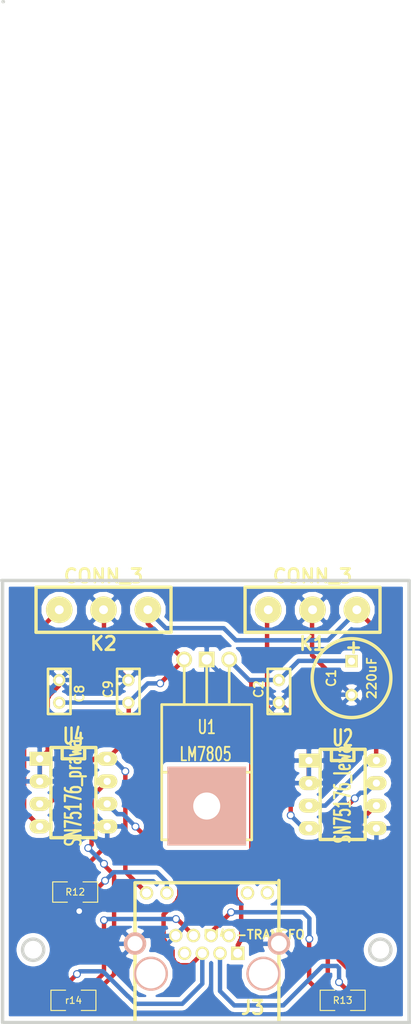
<source format=kicad_pcb>
(kicad_pcb (version 3) (host pcbnew "(2013-07-07 BZR 4022)-stable")

  (general
    (links 39)
    (no_connects 0)
    (area 126.309499 56.108599 172.740321 171.790361)
    (thickness 1.6002)
    (drawings 8)
    (tracks 270)
    (zones 0)
    (modules 13)
    (nets 11)
  )

  (page A4)
  (layers
    (15 Front signal)
    (0 Back signal)
    (16 Kleju_Dolna user)
    (17 Kleju_Gorna user)
    (18 Pasty_Dolna user)
    (19 Pasty_Gorna user)
    (20 Opisowa_Dolna user)
    (21 Opisowa_Gorna user)
    (22 Maski_Dolna user)
    (23 Maski_Gorna user)
    (24 Rysunkowa user)
    (25 Komentarzy user)
    (26 ECO1 user)
    (27 ECO2 user)
    (28 Krawedziowa user)
  )

  (setup
    (last_trace_width 0.50038)
    (trace_clearance 0.29972)
    (zone_clearance 0.508)
    (zone_45_only no)
    (trace_min 0.2032)
    (segment_width 0.381)
    (edge_width 0.381)
    (via_size 0.889)
    (via_drill 0.635)
    (via_min_size 0.889)
    (via_min_drill 0.508)
    (uvia_size 0.508)
    (uvia_drill 0.127)
    (uvias_allowed no)
    (uvia_min_size 0.508)
    (uvia_min_drill 0.127)
    (pcb_text_width 0.3048)
    (pcb_text_size 1.524 2.032)
    (mod_edge_width 0.381)
    (mod_text_size 1.524 1.524)
    (mod_text_width 0.3048)
    (pad_size 3 3)
    (pad_drill 1)
    (pad_to_mask_clearance 0.254)
    (aux_axis_origin 0 0)
    (visible_elements 7FFFFFFF)
    (pcbplotparams
      (layerselection 335511553)
      (usegerberextensions true)
      (excludeedgelayer true)
      (linewidth 0.100000)
      (plotframeref false)
      (viasonmask false)
      (mode 1)
      (useauxorigin false)
      (hpglpennumber 1)
      (hpglpenspeed 20)
      (hpglpendiameter 15)
      (hpglpenoverlay 2)
      (psnegative false)
      (psa4output false)
      (plotreference true)
      (plotvalue true)
      (plotothertext true)
      (plotinvisibletext false)
      (padsonsilk false)
      (subtractmaskfromsilk false)
      (outputformat 1)
      (mirror false)
      (drillshape 0)
      (scaleselection 1)
      (outputdirectory "C:/Users/htpc/Dysk Google/cwiartka/gerber/"))
  )

  (net 0 "")
  (net 1 +5V)
  (net 2 GND)
  (net 3 N-0000011)
  (net 4 N-0000012)
  (net 5 N-0000013)
  (net 6 N-000002)
  (net 7 N-000004)
  (net 8 N-000006)
  (net 9 N-000008)
  (net 10 N-000009)

  (net_class Default "This is the default net class."
    (clearance 0.29972)
    (trace_width 0.50038)
    (via_dia 0.889)
    (via_drill 0.635)
    (uvia_dia 0.508)
    (uvia_drill 0.127)
    (add_net "")
    (add_net +5V)
    (add_net N-0000011)
    (add_net N-0000012)
    (add_net N-0000013)
    (add_net N-000002)
    (add_net N-000004)
    (add_net N-000006)
    (add_net N-000008)
    (add_net N-000009)
  )

  (net_class GND ""
    (clearance 0.29972)
    (trace_width 0.59944)
    (via_dia 0.889)
    (via_drill 0.635)
    (uvia_dia 0.508)
    (uvia_drill 0.127)
    (add_net GND)
  )

  (module 3PIN (layer Front) (tedit 54481ACD) (tstamp 5447FF6F)
    (at 138 124.8)
    (descr "module 2 pin (trou 6 mm)")
    (tags DEV)
    (path /5446A0DF)
    (fp_text reference K2 (at 0 3.81) (layer Opisowa_Gorna)
      (effects (font (size 1.524 1.524) (thickness 0.3048)))
    )
    (fp_text value CONN_3 (at 0 -3.81) (layer Opisowa_Gorna)
      (effects (font (size 1.524 1.524) (thickness 0.3048)))
    )
    (fp_line (start 7.62 -2.54) (end 7.62 2.54) (layer Opisowa_Gorna) (width 0.381))
    (fp_line (start 7.62 2.54) (end -7.62 2.54) (layer Opisowa_Gorna) (width 0.381))
    (fp_line (start -7.62 2.54) (end -7.62 -2.54) (layer Opisowa_Gorna) (width 0.381))
    (fp_line (start -7.62 -2.54) (end 7.62 -2.54) (layer Opisowa_Gorna) (width 0.381))
    (pad 1 thru_hole circle (at -5 0) (size 3 3) (drill 1)
      (layers *.Cu *.Mask Opisowa_Gorna)
      (net 10 N-000009)
    )
    (pad 3 thru_hole circle (at 5 0) (size 3 3) (drill 1)
      (layers *.Cu *.Mask Opisowa_Gorna)
      (net 1 +5V)
    )
    (pad 2 thru_hole circle (at 0 0) (size 3 3) (drill 1)
      (layers *.Cu *.Mask Opisowa_Gorna)
      (net 2 GND)
    )
    (model "device/douille_4mm(black).wrl"
      (at (xyz 0 0 0))
      (scale (xyz 1.8 1.8 1.8))
      (rotate (xyz 0 0 0))
    )
    (model "device/douille_4mm(red).wrl"
      (at (xyz -0.59 0 0))
      (scale (xyz 1.8 1.8 1.8))
      (rotate (xyz 0 0 0))
    )
    (model "device/douille_4mm(green).wrl"
      (at (xyz 0.59 0 0))
      (scale (xyz 1.8 1.8 1.8))
      (rotate (xyz 0 0 0))
    )
  )

  (module 3PIN (layer Front) (tedit 54481A9A) (tstamp 5447FF64)
    (at 161.6 124.8)
    (descr "module 2 pin (trou 6 mm)")
    (tags DEV)
    (path /5446A0C5)
    (fp_text reference K1 (at 0 3.81) (layer Opisowa_Gorna)
      (effects (font (size 1.524 1.524) (thickness 0.3048)))
    )
    (fp_text value CONN_3 (at 0 -3.81) (layer Opisowa_Gorna)
      (effects (font (size 1.524 1.524) (thickness 0.3048)))
    )
    (fp_line (start -7.62 -2.54) (end 7.62 -2.54) (layer Opisowa_Gorna) (width 0.381))
    (fp_line (start 7.62 -2.54) (end 7.62 2.54) (layer Opisowa_Gorna) (width 0.381))
    (fp_line (start 7.62 2.54) (end -7.62 2.54) (layer Opisowa_Gorna) (width 0.381))
    (fp_line (start -7.62 2.54) (end -7.62 -2.54) (layer Opisowa_Gorna) (width 0.381))
    (pad 1 thru_hole circle (at -5 0) (size 3 3) (drill 1)
      (layers *.Cu *.Mask Opisowa_Gorna)
      (net 3 N-0000011)
    )
    (pad 3 thru_hole circle (at 5 0) (size 3 3) (drill 1)
      (layers *.Cu *.Mask Opisowa_Gorna)
      (net 1 +5V)
    )
    (pad 2 thru_hole circle (at 0 0) (size 3 3) (drill 1)
      (layers *.Cu *.Mask Opisowa_Gorna)
      (net 2 GND)
    )
    (model "device/douille_4mm(black).wrl"
      (at (xyz 0 0 0))
      (scale (xyz 1.8 1.8 1.8))
      (rotate (xyz 0 0 0))
    )
    (model "device/douille_4mm(red).wrl"
      (at (xyz -0.59 0 0))
      (scale (xyz 1.8 1.8 1.8))
      (rotate (xyz 0 0 0))
    )
    (model "device/douille_4mm(green).wrl"
      (at (xyz 0.59 0 0))
      (scale (xyz 1.8 1.8 1.8))
      (rotate (xyz 0 0 0))
    )
  )

  (module C1 (layer Front) (tedit 3F92C496) (tstamp 51AB8605)
    (at 133 134 270)
    (descr "Condensateur e = 1 pas")
    (tags C)
    (path /50F18F96)
    (fp_text reference C8 (at 0.254 -2.286 270) (layer Opisowa_Gorna)
      (effects (font (size 1.016 1.016) (thickness 0.2032)))
    )
    (fp_text value 100nF (at 0 -2.286 270) (layer Opisowa_Gorna) hide
      (effects (font (size 1.016 1.016) (thickness 0.2032)))
    )
    (fp_line (start -2.4892 -1.27) (end 2.54 -1.27) (layer Opisowa_Gorna) (width 0.3048))
    (fp_line (start 2.54 -1.27) (end 2.54 1.27) (layer Opisowa_Gorna) (width 0.3048))
    (fp_line (start 2.54 1.27) (end -2.54 1.27) (layer Opisowa_Gorna) (width 0.3048))
    (fp_line (start -2.54 1.27) (end -2.54 -1.27) (layer Opisowa_Gorna) (width 0.3048))
    (fp_line (start -2.54 -0.635) (end -1.905 -1.27) (layer Opisowa_Gorna) (width 0.3048))
    (pad 1 thru_hole circle (at -1.27 0 270) (size 1.397 1.397) (drill 0.8128)
      (layers *.Cu *.Mask Opisowa_Gorna)
      (net 2 GND)
    )
    (pad 2 thru_hole circle (at 1.27 0 270) (size 1.397 1.397) (drill 0.8128)
      (layers *.Cu *.Mask Opisowa_Gorna)
      (net 1 +5V)
    )
    (model discret/capa_1_pas.wrl
      (at (xyz 0 0 0))
      (scale (xyz 1 1 1))
      (rotate (xyz 0 0 0))
    )
  )

  (module C1 (layer Front) (tedit 3F92C496) (tstamp 51AB8607)
    (at 157.8 134 90)
    (descr "Condensateur e = 1 pas")
    (tags C)
    (path /50F18F3F)
    (fp_text reference C2 (at 0.254 -2.286 90) (layer Opisowa_Gorna)
      (effects (font (size 1.016 1.016) (thickness 0.2032)))
    )
    (fp_text value 100nF (at 0 -2.286 90) (layer Opisowa_Gorna) hide
      (effects (font (size 1.016 1.016) (thickness 0.2032)))
    )
    (fp_line (start -2.4892 -1.27) (end 2.54 -1.27) (layer Opisowa_Gorna) (width 0.3048))
    (fp_line (start 2.54 -1.27) (end 2.54 1.27) (layer Opisowa_Gorna) (width 0.3048))
    (fp_line (start 2.54 1.27) (end -2.54 1.27) (layer Opisowa_Gorna) (width 0.3048))
    (fp_line (start -2.54 1.27) (end -2.54 -1.27) (layer Opisowa_Gorna) (width 0.3048))
    (fp_line (start -2.54 -0.635) (end -1.905 -1.27) (layer Opisowa_Gorna) (width 0.3048))
    (pad 1 thru_hole circle (at -1.27 0 90) (size 1.397 1.397) (drill 0.8128)
      (layers *.Cu *.Mask Opisowa_Gorna)
      (net 2 GND)
    )
    (pad 2 thru_hole circle (at 1.27 0 90) (size 1.397 1.397) (drill 0.8128)
      (layers *.Cu *.Mask Opisowa_Gorna)
      (net 7 N-000004)
    )
    (model discret/capa_1_pas.wrl
      (at (xyz 0 0 0))
      (scale (xyz 1 1 1))
      (rotate (xyz 0 0 0))
    )
  )

  (module DIP-8__300_ELL (layer Front) (tedit 200000) (tstamp 51AB860B)
    (at 165 145.6 270)
    (descr "8 pins DIL package, elliptical pads")
    (tags DIL)
    (path /51AB4B39)
    (fp_text reference U2 (at -6.35 0 360) (layer Opisowa_Gorna)
      (effects (font (size 1.778 1.143) (thickness 0.28702)))
    )
    (fp_text value SN75176_lewa (at 0 0 270) (layer Opisowa_Gorna)
      (effects (font (size 1.778 1.016) (thickness 0.254)))
    )
    (fp_line (start -5.08 -1.27) (end -3.81 -1.27) (layer Opisowa_Gorna) (width 0.381))
    (fp_line (start -3.81 -1.27) (end -3.81 1.27) (layer Opisowa_Gorna) (width 0.381))
    (fp_line (start -3.81 1.27) (end -5.08 1.27) (layer Opisowa_Gorna) (width 0.381))
    (fp_line (start -5.08 -2.54) (end 5.08 -2.54) (layer Opisowa_Gorna) (width 0.381))
    (fp_line (start 5.08 -2.54) (end 5.08 2.54) (layer Opisowa_Gorna) (width 0.381))
    (fp_line (start 5.08 2.54) (end -5.08 2.54) (layer Opisowa_Gorna) (width 0.381))
    (fp_line (start -5.08 2.54) (end -5.08 -2.54) (layer Opisowa_Gorna) (width 0.381))
    (pad 1 thru_hole rect (at -3.81 3.81 270) (size 1.5748 2.286) (drill 0.8128)
      (layers *.Cu *.Mask Opisowa_Gorna)
      (net 2 GND)
    )
    (pad 2 thru_hole oval (at -1.27 3.81 270) (size 1.5748 2.286) (drill 0.8128)
      (layers *.Cu *.Mask Opisowa_Gorna)
      (net 2 GND)
    )
    (pad 3 thru_hole oval (at 1.27 3.81 270) (size 1.5748 2.286) (drill 0.8128)
      (layers *.Cu *.Mask Opisowa_Gorna)
      (net 1 +5V)
    )
    (pad 4 thru_hole oval (at 3.81 3.81 270) (size 1.5748 2.286) (drill 0.8128)
      (layers *.Cu *.Mask Opisowa_Gorna)
      (net 3 N-0000011)
    )
    (pad 5 thru_hole oval (at 3.81 -3.81 270) (size 1.5748 2.286) (drill 0.8128)
      (layers *.Cu *.Mask Opisowa_Gorna)
      (net 2 GND)
    )
    (pad 6 thru_hole oval (at 1.27 -3.81 270) (size 1.5748 2.286) (drill 0.8128)
      (layers *.Cu *.Mask Opisowa_Gorna)
      (net 5 N-0000013)
    )
    (pad 7 thru_hole oval (at -1.27 -3.81 270) (size 1.5748 2.286) (drill 0.8128)
      (layers *.Cu *.Mask Opisowa_Gorna)
      (net 4 N-0000012)
    )
    (pad 8 thru_hole oval (at -3.81 -3.81 270) (size 1.5748 2.286) (drill 0.8128)
      (layers *.Cu *.Mask Opisowa_Gorna)
      (net 1 +5V)
    )
    (model dil/dil_8.wrl
      (at (xyz 0 0 0))
      (scale (xyz 1 1 1))
      (rotate (xyz 0 0 0))
    )
  )

  (module DIP-8__300_ELL (layer Front) (tedit 200000) (tstamp 51AB860F)
    (at 134.6 145.4 270)
    (descr "8 pins DIL package, elliptical pads")
    (tags DIL)
    (path /51AB4E03)
    (fp_text reference U4 (at -6.35 0 360) (layer Opisowa_Gorna)
      (effects (font (size 1.778 1.143) (thickness 0.28702)))
    )
    (fp_text value SN75176_prawa (at 0 0 270) (layer Opisowa_Gorna)
      (effects (font (size 1.778 1.016) (thickness 0.254)))
    )
    (fp_line (start -5.08 -1.27) (end -3.81 -1.27) (layer Opisowa_Gorna) (width 0.381))
    (fp_line (start -3.81 -1.27) (end -3.81 1.27) (layer Opisowa_Gorna) (width 0.381))
    (fp_line (start -3.81 1.27) (end -5.08 1.27) (layer Opisowa_Gorna) (width 0.381))
    (fp_line (start -5.08 -2.54) (end 5.08 -2.54) (layer Opisowa_Gorna) (width 0.381))
    (fp_line (start 5.08 -2.54) (end 5.08 2.54) (layer Opisowa_Gorna) (width 0.381))
    (fp_line (start 5.08 2.54) (end -5.08 2.54) (layer Opisowa_Gorna) (width 0.381))
    (fp_line (start -5.08 2.54) (end -5.08 -2.54) (layer Opisowa_Gorna) (width 0.381))
    (pad 1 thru_hole rect (at -3.81 3.81 270) (size 1.5748 2.286) (drill 0.8128)
      (layers *.Cu *.Mask Opisowa_Gorna)
      (net 2 GND)
    )
    (pad 2 thru_hole oval (at -1.27 3.81 270) (size 1.5748 2.286) (drill 0.8128)
      (layers *.Cu *.Mask Opisowa_Gorna)
      (net 2 GND)
    )
    (pad 3 thru_hole oval (at 1.27 3.81 270) (size 1.5748 2.286) (drill 0.8128)
      (layers *.Cu *.Mask Opisowa_Gorna)
      (net 1 +5V)
    )
    (pad 4 thru_hole oval (at 3.81 3.81 270) (size 1.5748 2.286) (drill 0.8128)
      (layers *.Cu *.Mask Opisowa_Gorna)
      (net 10 N-000009)
    )
    (pad 5 thru_hole oval (at 3.81 -3.81 270) (size 1.5748 2.286) (drill 0.8128)
      (layers *.Cu *.Mask Opisowa_Gorna)
      (net 2 GND)
    )
    (pad 6 thru_hole oval (at 1.27 -3.81 270) (size 1.5748 2.286) (drill 0.8128)
      (layers *.Cu *.Mask Opisowa_Gorna)
      (net 6 N-000002)
    )
    (pad 7 thru_hole oval (at -1.27 -3.81 270) (size 1.5748 2.286) (drill 0.8128)
      (layers *.Cu *.Mask Opisowa_Gorna)
      (net 8 N-000006)
    )
    (pad 8 thru_hole oval (at -3.81 -3.81 270) (size 1.5748 2.286) (drill 0.8128)
      (layers *.Cu *.Mask Opisowa_Gorna)
      (net 1 +5V)
    )
    (model dil/dil_8.wrl
      (at (xyz 0 0 0))
      (scale (xyz 1 1 1))
      (rotate (xyz 0 0 0))
    )
  )

  (module LM78XX (layer Front) (tedit 200000) (tstamp 51AB8614)
    (at 149.64918 130.40106 270)
    (descr "Regulateur TO220 serie LM78xx")
    (tags "TR TO220")
    (path /50F18F4B)
    (fp_text reference U1 (at 7.62 0 360) (layer Opisowa_Gorna)
      (effects (font (size 1.524 1.016) (thickness 0.2032)))
    )
    (fp_text value LM7805 (at 10.668 0.127 360) (layer Opisowa_Gorna)
      (effects (font (size 1.524 1.016) (thickness 0.2032)))
    )
    (fp_line (start 0 -2.54) (end 5.08 -2.54) (layer Opisowa_Gorna) (width 0.3048))
    (fp_line (start 0 0) (end 5.08 0) (layer Opisowa_Gorna) (width 0.3048))
    (fp_line (start 0 2.54) (end 5.08 2.54) (layer Opisowa_Gorna) (width 0.3048))
    (fp_line (start 5.08 -3.81) (end 5.08 5.08) (layer Opisowa_Gorna) (width 0.3048))
    (fp_line (start 5.08 5.08) (end 20.32 5.08) (layer Opisowa_Gorna) (width 0.3048))
    (fp_line (start 20.32 5.08) (end 20.32 -5.08) (layer Opisowa_Gorna) (width 0.3048))
    (fp_line (start 5.08 -3.81) (end 5.08 -5.08) (layer Opisowa_Gorna) (width 0.3048))
    (fp_line (start 12.7 3.81) (end 12.7 -5.08) (layer Opisowa_Gorna) (width 0.3048))
    (fp_line (start 12.7 3.81) (end 12.7 5.08) (layer Opisowa_Gorna) (width 0.3048))
    (fp_line (start 5.08 -5.08) (end 20.32 -5.08) (layer Opisowa_Gorna) (width 0.3048))
    (pad 4 thru_hole rect (at 16.51 0 270) (size 8.89 8.89) (drill 3.048)
      (layers *.Cu *.SilkS *.Mask)
    )
    (pad VI thru_hole circle (at 0 -2.54 270) (size 1.778 1.778) (drill 1.143)
      (layers *.Cu *.Mask Opisowa_Gorna)
      (net 7 N-000004)
    )
    (pad GND thru_hole rect (at 0 0 270) (size 1.778 1.778) (drill 1.143)
      (layers *.Cu *.Mask Opisowa_Gorna)
      (net 2 GND)
    )
    (pad VO thru_hole circle (at 0 2.54 270) (size 1.778 1.778) (drill 1.143)
      (layers *.Cu *.Mask Opisowa_Gorna)
      (net 1 +5V)
    )
    (model discret/to220_horiz.wrl
      (at (xyz 0 0 0))
      (scale (xyz 1 1 1))
      (rotate (xyz 0 0 0))
    )
  )

  (module RJ45_RJHSE (layer Front) (tedit 5202C948) (tstamp 5202C99F)
    (at 154.8511 161.50082)
    (tags RJ45)
    (path /5202B112)
    (fp_text reference J3 (at 0 8.128) (layer Opisowa_Gorna)
      (effects (font (size 1.524 1.524) (thickness 0.3048)))
    )
    (fp_text value RJ45-TRANSFO (at 0.14224 -0.1016) (layer Opisowa_Gorna)
      (effects (font (size 1.00076 1.00076) (thickness 0.2032)))
    )
    (fp_line (start -13.29944 9.79932) (end 2.94894 9.79932) (layer Opisowa_Gorna) (width 0.381))
    (fp_line (start -13.29944 9.79932) (end -13.29944 -5.95122) (layer Opisowa_Gorna) (width 0.381))
    (fp_line (start -13.29944 -5.95122) (end 2.90068 -5.95122) (layer Opisowa_Gorna) (width 0.381))
    (fp_line (start 2.94894 9.79932) (end 2.94894 -6.20014) (layer Opisowa_Gorna) (width 0.381))
    (pad Hole thru_hole circle (at 1.19888 4.30022) (size 3.85064 3.85064) (drill 3.302)
      (layers *.Cu *.SilkS *.Mask)
    )
    (pad Hole thru_hole circle (at -11.50112 4.30022) (size 3.85064 3.85064) (drill 3.302)
      (layers *.Cu *.SilkS *.Mask)
    )
    (pad 8 thru_hole circle (at -8.6995 0) (size 1.524 1.524) (drill 1.016)
      (layers *.Cu *.Mask Opisowa_Gorna)
      (net 2 GND)
    )
    (pad 7 thru_hole circle (at -7.69874 1.99898) (size 1.524 1.524) (drill 1.016)
      (layers *.Cu *.Mask Opisowa_Gorna)
    )
    (pad 6 thru_hole circle (at -6.70052 0) (size 1.524 1.524) (drill 1.016)
      (layers *.Cu *.Mask Opisowa_Gorna)
      (net 8 N-000006)
    )
    (pad 5 thru_hole circle (at -5.69976 1.99898) (size 1.524 1.524) (drill 1.016)
      (layers *.Cu *.Mask Opisowa_Gorna)
      (net 6 N-000002)
    )
    (pad 4 thru_hole circle (at -4.699 0) (size 1.524 1.524) (drill 1.016)
      (layers *.Cu *.Mask Opisowa_Gorna)
      (net 4 N-0000012)
    )
    (pad 3 thru_hole circle (at -3.70078 1.99898) (size 1.524 1.524) (drill 1.016)
      (layers *.Cu *.Mask Opisowa_Gorna)
      (net 5 N-0000013)
    )
    (pad 2 thru_hole circle (at -2.70002 0) (size 1.524 1.524) (drill 1.016)
      (layers *.Cu *.Mask Opisowa_Gorna)
    )
    (pad 13 thru_hole circle (at 2.94894 0.89916) (size 2.54 2.54) (drill 1.778)
      (layers *.Cu *.SilkS *.Mask)
      (net 2 GND)
    )
    (pad 13 thru_hole circle (at -13.29944 0.89916) (size 2.54 2.54) (drill 1.69926)
      (layers *.Cu *.SilkS *.Mask)
      (net 2 GND)
    )
    (pad YK thru_hole circle (at -9.70026 -4.8006) (size 1.524 1.524) (drill 1.016)
      (layers *.Cu *.Mask Opisowa_Gorna)
      (net 9 N-000008)
    )
    (pad GA thru_hole circle (at -0.59944 -4.8006) (size 1.524 1.524) (drill 1.016)
      (layers *.Cu *.Mask Opisowa_Gorna)
    )
    (pad YA thru_hole circle (at -11.99896 -4.8006) (size 1.524 1.524) (drill 1.016)
      (layers *.Cu *.Mask Opisowa_Gorna)
      (net 1 +5V)
    )
    (pad GK thru_hole circle (at 1.651 -4.826) (size 1.524 1.524) (drill 1.016)
      (layers *.Cu *.Mask Opisowa_Gorna)
    )
    (pad 1 thru_hole rect (at -1.69926 1.99898) (size 1.524 1.524) (drill 1.016)
      (layers *.Cu *.Mask Opisowa_Gorna)
      (net 7 N-000004)
    )
  )

  (module SM1206 (layer Front) (tedit 42806E24) (tstamp 5202C99A)
    (at 134.8 156.6 180)
    (path /5202B334)
    (attr smd)
    (fp_text reference R12 (at 0 0 180) (layer Opisowa_Gorna)
      (effects (font (size 0.762 0.762) (thickness 0.127)))
    )
    (fp_text value 470 (at 0 0 180) (layer Opisowa_Gorna) hide
      (effects (font (size 0.762 0.762) (thickness 0.127)))
    )
    (fp_line (start -2.54 -1.143) (end -2.54 1.143) (layer Opisowa_Gorna) (width 0.127))
    (fp_line (start -2.54 1.143) (end -0.889 1.143) (layer Opisowa_Gorna) (width 0.127))
    (fp_line (start 0.889 -1.143) (end 2.54 -1.143) (layer Opisowa_Gorna) (width 0.127))
    (fp_line (start 2.54 -1.143) (end 2.54 1.143) (layer Opisowa_Gorna) (width 0.127))
    (fp_line (start 2.54 1.143) (end 0.889 1.143) (layer Opisowa_Gorna) (width 0.127))
    (fp_line (start -0.889 -1.143) (end -2.54 -1.143) (layer Opisowa_Gorna) (width 0.127))
    (pad 1 smd rect (at -1.651 0 180) (size 1.524 2.032)
      (layers Front Pasty_Gorna Maski_Gorna)
      (net 9 N-000008)
    )
    (pad 2 smd rect (at 1.651 0 180) (size 1.524 2.032)
      (layers Front Pasty_Gorna Maski_Gorna)
      (net 2 GND)
    )
    (model smd/chip_cms.wrl
      (at (xyz 0 0 0))
      (scale (xyz 0.17 0.16 0.16))
      (rotate (xyz 0 0 0))
    )
  )

  (module SM1206 (layer Front) (tedit 42806E24) (tstamp 520F4FB9)
    (at 165 168.8)
    (path /520F4DD8)
    (attr smd)
    (fp_text reference R13 (at 0 0) (layer Opisowa_Gorna)
      (effects (font (size 0.762 0.762) (thickness 0.127)))
    )
    (fp_text value 100 (at 0 0) (layer Opisowa_Gorna) hide
      (effects (font (size 0.762 0.762) (thickness 0.127)))
    )
    (fp_line (start -2.54 -1.143) (end -2.54 1.143) (layer Opisowa_Gorna) (width 0.127))
    (fp_line (start -2.54 1.143) (end -0.889 1.143) (layer Opisowa_Gorna) (width 0.127))
    (fp_line (start 0.889 -1.143) (end 2.54 -1.143) (layer Opisowa_Gorna) (width 0.127))
    (fp_line (start 2.54 -1.143) (end 2.54 1.143) (layer Opisowa_Gorna) (width 0.127))
    (fp_line (start 2.54 1.143) (end 0.889 1.143) (layer Opisowa_Gorna) (width 0.127))
    (fp_line (start -0.889 -1.143) (end -2.54 -1.143) (layer Opisowa_Gorna) (width 0.127))
    (pad 1 smd rect (at -1.651 0) (size 1.524 2.032)
      (layers Front Pasty_Gorna Maski_Gorna)
      (net 4 N-0000012)
    )
    (pad 2 smd rect (at 1.651 0) (size 1.524 2.032)
      (layers Front Pasty_Gorna Maski_Gorna)
      (net 5 N-0000013)
    )
    (model smd/chip_cms.wrl
      (at (xyz 0 0 0))
      (scale (xyz 0.17 0.16 0.16))
      (rotate (xyz 0 0 0))
    )
  )

  (module SM1206 (layer Front) (tedit 42806E24) (tstamp 520F4FBB)
    (at 134.6 168.8)
    (path /520F4DED)
    (attr smd)
    (fp_text reference r14 (at 0 0) (layer Opisowa_Gorna)
      (effects (font (size 0.762 0.762) (thickness 0.127)))
    )
    (fp_text value 100 (at 0 0) (layer Opisowa_Gorna) hide
      (effects (font (size 0.762 0.762) (thickness 0.127)))
    )
    (fp_line (start -2.54 -1.143) (end -2.54 1.143) (layer Opisowa_Gorna) (width 0.127))
    (fp_line (start -2.54 1.143) (end -0.889 1.143) (layer Opisowa_Gorna) (width 0.127))
    (fp_line (start 0.889 -1.143) (end 2.54 -1.143) (layer Opisowa_Gorna) (width 0.127))
    (fp_line (start 2.54 -1.143) (end 2.54 1.143) (layer Opisowa_Gorna) (width 0.127))
    (fp_line (start 2.54 1.143) (end 0.889 1.143) (layer Opisowa_Gorna) (width 0.127))
    (fp_line (start -0.889 -1.143) (end -2.54 -1.143) (layer Opisowa_Gorna) (width 0.127))
    (pad 1 smd rect (at -1.651 0) (size 1.524 2.032)
      (layers Front Pasty_Gorna Maski_Gorna)
      (net 6 N-000002)
    )
    (pad 2 smd rect (at 1.651 0) (size 1.524 2.032)
      (layers Front Pasty_Gorna Maski_Gorna)
      (net 8 N-000006)
    )
    (model smd/chip_cms.wrl
      (at (xyz 0 0 0))
      (scale (xyz 0.17 0.16 0.16))
      (rotate (xyz 0 0 0))
    )
  )

  (module C1.5V8V (layer Front) (tedit 4512B232) (tstamp 51AB860A)
    (at 166 132.5 270)
    (path /50F18F3D)
    (fp_text reference C1 (at 0 2.286 270) (layer Opisowa_Gorna)
      (effects (font (size 1.016 1.016) (thickness 0.2032)))
    )
    (fp_text value 220uF (at 0 -2.286 270) (layer Opisowa_Gorna)
      (effects (font (size 1.016 1.016) (thickness 0.2032)))
    )
    (fp_text user + (at -3.429 -0.127 270) (layer Opisowa_Gorna)
      (effects (font (size 1.524 1.524) (thickness 0.3048)))
    )
    (fp_circle (center 0 0) (end 0 4.445) (layer Opisowa_Gorna) (width 0.381))
    (pad 1 thru_hole rect (at -1.905 0 270) (size 1.397 1.397) (drill 0.8128)
      (layers *.Cu *.Mask Opisowa_Gorna)
      (net 7 N-000004)
    )
    (pad 2 thru_hole circle (at 1.905 0 270) (size 1.397 1.397) (drill 0.8128)
      (layers *.Cu *.Mask Opisowa_Gorna)
      (net 2 GND)
    )
    (model discret/c_vert_c1v8.wrl
      (at (xyz 0 0 0))
      (scale (xyz 1.5 1.5 1))
      (rotate (xyz 0 0 0))
    )
  )

  (module C1 (layer Front) (tedit 3F92C496) (tstamp 51AB8608)
    (at 140.8 134 90)
    (descr "Condensateur e = 1 pas")
    (tags C)
    (path /50F18F99)
    (fp_text reference C9 (at 0.254 -2.286 90) (layer Opisowa_Gorna)
      (effects (font (size 1.016 1.016) (thickness 0.2032)))
    )
    (fp_text value 100uF (at 0 -2.286 90) (layer Opisowa_Gorna) hide
      (effects (font (size 1.016 1.016) (thickness 0.2032)))
    )
    (fp_line (start -2.4892 -1.27) (end 2.54 -1.27) (layer Opisowa_Gorna) (width 0.3048))
    (fp_line (start 2.54 -1.27) (end 2.54 1.27) (layer Opisowa_Gorna) (width 0.3048))
    (fp_line (start 2.54 1.27) (end -2.54 1.27) (layer Opisowa_Gorna) (width 0.3048))
    (fp_line (start -2.54 1.27) (end -2.54 -1.27) (layer Opisowa_Gorna) (width 0.3048))
    (fp_line (start -2.54 -0.635) (end -1.905 -1.27) (layer Opisowa_Gorna) (width 0.3048))
    (pad 1 thru_hole circle (at -1.27 0 90) (size 1.397 1.397) (drill 0.8128)
      (layers *.Cu *.Mask Opisowa_Gorna)
      (net 1 +5V)
    )
    (pad 2 thru_hole circle (at 1.27 0 90) (size 1.397 1.397) (drill 0.8128)
      (layers *.Cu *.Mask Opisowa_Gorna)
      (net 2 GND)
    )
    (model discret/capa_1_pas.wrl
      (at (xyz 0 0 0))
      (scale (xyz 1 1 1))
      (rotate (xyz 0 0 0))
    )
  )

  (gr_line (start 126.6 171.3) (end 126.6 121.5) (angle 90) (layer Krawedziowa) (width 0.381))
  (gr_line (start 172.5 121.5) (end 172.5 171.3) (angle 90) (layer Krawedziowa) (width 0.381))
  (gr_line (start 172.5 121.5) (end 126.5 121.5) (angle 90) (layer Krawedziowa) (width 0.381))
  (gr_circle (center 169.25036 163.10102) (end 168.04894 163.10102) (layer Krawedziowa) (width 0.381))
  (gr_circle (center 130.05054 163.10102) (end 131.24942 163.10102) (layer Krawedziowa) (width 0.381))
  (gr_line (start 126.64948 56.2991) (end 126.70028 56.2991) (angle 90) (layer Krawedziowa) (width 0.381))
  (gr_line (start 172.54982 171.30014) (end 172.54982 171.20108) (angle 90) (layer Krawedziowa) (width 0.381))
  (gr_line (start 126.64948 171.30014) (end 172.54982 171.30014) (angle 90) (layer Krawedziowa) (width 0.381))

  (segment (start 163.03 146.87) (end 161.19 146.87) (width 0.50038) (layer Back) (net 1) (tstamp 547E020B))
  (segment (start 168.11 141.79) (end 163.03 146.87) (width 0.50038) (layer Back) (net 1) (tstamp 547E0209))
  (segment (start 168.81 141.79) (end 168.11 141.79) (width 0.50038) (layer Back) (net 1))
  (segment (start 130.79 146.67) (end 131.83 146.67) (width 0.50038) (layer Front) (net 1))
  (segment (start 136.91 141.59) (end 138.41 141.59) (width 0.50038) (layer Front) (net 1) (tstamp 547E01BF))
  (segment (start 131.83 146.67) (end 136.91 141.59) (width 0.50038) (layer Front) (net 1) (tstamp 547E01BA))
  (segment (start 166.6 124.8) (end 166.6 124.99) (width 0.50038) (layer Back) (net 1))
  (segment (start 152.94 128.24) (end 151.573 126.873) (width 0.50038) (layer Back) (net 1) (tstamp 5465EACC))
  (segment (start 163.35 128.24) (end 152.94 128.24) (width 0.50038) (layer Back) (net 1) (tstamp 5465EAC9))
  (segment (start 166.6 124.99) (end 163.35 128.24) (width 0.50038) (layer Back) (net 1) (tstamp 5465EAC8))
  (segment (start 142.85214 156.70022) (end 142.875 156.718) (width 0.50038) (layer Front) (net 1) (status 80000))
  (segment (start 142.875 156.718) (end 140.462 154.305) (width 0.50038) (layer Front) (net 1) (status 80000))
  (segment (start 140.462 154.305) (end 140.462 143.002) (width 0.50038) (layer Front) (net 1) (status 80000))
  (via (at 140.462 143.002) (size 0.889) (layers Front Back) (net 1) (status 80000))
  (segment (start 140.462 143.002) (end 139.065 141.605) (width 0.50038) (layer Back) (net 1) (status 80000))
  (segment (start 139.065 141.605) (end 138.43 141.605) (width 0.50038) (layer Back) (net 1) (status 80000))
  (segment (start 138.43 141.605) (end 138.41 141.59) (width 0.50038) (layer Back) (net 1) (tstamp 54480006) (status 80000))
  (segment (start 138.41 141.59) (end 138.43 141.605) (width 0.50038) (layer Back) (net 1) (status 80000))
  (segment (start 140.8 135.27) (end 140.843 135.255) (width 0.50038) (layer Back) (net 1) (status 80000))
  (segment (start 140.843 135.255) (end 143.002 133.096) (width 0.50038) (layer Back) (net 1) (status 80000))
  (segment (start 143.002 133.096) (end 144.399 133.096) (width 0.50038) (layer Back) (net 1) (status 80000))
  (via (at 144.399 133.096) (size 0.889) (layers Front Back) (net 1) (status 80000))
  (segment (start 144.399 133.096) (end 147.066 130.429) (width 0.50038) (layer Front) (net 1) (status 80000))
  (segment (start 147.066 130.429) (end 147.10918 130.40106) (width 0.50038) (layer Front) (net 1) (tstamp 5447FFFE) (status 80000))
  (segment (start 166.6 124.8) (end 166.624 124.841) (width 0.50038) (layer Front) (net 1) (status 80000))
  (segment (start 166.624 124.841) (end 168.783 127) (width 0.50038) (layer Front) (net 1) (status 80000))
  (segment (start 168.783 127) (end 168.783 141.732) (width 0.50038) (layer Front) (net 1) (status 80000))
  (segment (start 168.783 141.732) (end 168.81 141.79) (width 0.50038) (layer Front) (net 1) (tstamp 5447FFFC) (status 80000))
  (segment (start 143 124.8) (end 143.002 124.841) (width 0.50038) (layer Back) (net 1) (status 80000))
  (segment (start 145.034 126.873) (end 151.573 126.873) (width 0.50038) (layer Back) (net 1) (status 80000))
  (segment (start 143.002 124.841) (end 145.034 126.873) (width 0.50038) (layer Back) (net 1) (status 80000))
  (segment (start 147.10918 130.40106) (end 147.066 130.429) (width 0.50038) (layer Front) (net 1) (status 80000))
  (segment (start 147.066 130.429) (end 143.002 126.365) (width 0.50038) (layer Front) (net 1) (status 80000))
  (segment (start 143.002 126.365) (end 143.002 124.841) (width 0.50038) (layer Front) (net 1) (status 80000))
  (segment (start 143.002 124.841) (end 143 124.8) (width 0.50038) (layer Front) (net 1) (tstamp 5447FFFA) (status 80000))
  (segment (start 138.41 141.59) (end 138.43 141.605) (width 0.50038) (layer Front) (net 1) (status 80000))
  (segment (start 140.843 135.255) (end 140.8 135.27) (width 0.50038) (layer Front) (net 1) (tstamp 5447FFF4) (status 80000))
  (segment (start 140.843 139.192) (end 140.843 135.255) (width 0.50038) (layer Front) (net 1) (status 80000))
  (segment (start 138.43 141.605) (end 140.843 139.192) (width 0.50038) (layer Front) (net 1) (status 80000))
  (segment (start 140.8 135.27) (end 140.843 135.255) (width 0.50038) (layer Back) (net 1) (status 80000))
  (segment (start 140.843 135.255) (end 132.969 135.255) (width 0.50038) (layer Back) (net 1) (status 80000))
  (segment (start 132.969 135.255) (end 133 135.27) (width 0.50038) (layer Back) (net 1) (tstamp 5447FFEE) (status 80000))
  (segment (start 149.64918 130.40106) (end 149.64918 131.91082) (width 0.59944) (layer Back) (net 2))
  (segment (start 146.43 132.79) (end 145.593 131.953) (width 0.59944) (layer Back) (net 2) (tstamp 5465EABA))
  (segment (start 148.77 132.79) (end 146.43 132.79) (width 0.59944) (layer Back) (net 2) (tstamp 5465EAB8))
  (segment (start 149.64918 131.91082) (end 148.77 132.79) (width 0.59944) (layer Back) (net 2) (tstamp 5465EAB7))
  (segment (start 133.149 156.6) (end 133.096 156.591) (width 0.50038) (layer Front) (net 2) (status 80000))
  (segment (start 133.096 156.591) (end 135.255 158.75) (width 0.50038) (layer Front) (net 2) (status 80000))
  (via (at 135.255 158.75) (size 0.889) (layers Front Back) (net 2) (status 80000))
  (segment (start 135.255 158.75) (end 138.938 162.433) (width 0.50038) (layer Back) (net 2) (status 80000))
  (segment (start 138.938 162.433) (end 141.605 162.433) (width 0.50038) (layer Back) (net 2) (status 80000))
  (segment (start 141.605 162.433) (end 141.55166 162.39998) (width 0.50038) (layer Back) (net 2) (tstamp 54480009) (status 80000))
  (segment (start 133.149 156.6) (end 133.096 156.591) (width 0.50038) (layer Front) (net 2) (status 80000))
  (segment (start 133.096 156.591) (end 138.43 151.257) (width 0.50038) (layer Front) (net 2) (status 80000))
  (segment (start 138.43 151.257) (end 138.43 149.225) (width 0.50038) (layer Front) (net 2) (status 80000))
  (segment (start 138.43 149.225) (end 138.41 149.21) (width 0.50038) (layer Front) (net 2) (tstamp 54480005) (status 80000))
  (segment (start 138.41 149.21) (end 138.43 149.225) (width 0.50038) (layer Back) (net 2) (status 80000))
  (segment (start 138.43 149.225) (end 137.287 148.082) (width 0.50038) (layer Back) (net 2) (status 80000))
  (segment (start 137.287 148.082) (end 136.652 148.082) (width 0.50038) (layer Back) (net 2) (status 80000))
  (segment (start 136.652 148.082) (end 132.715 144.145) (width 0.50038) (layer Back) (net 2) (status 80000))
  (segment (start 132.715 144.145) (end 130.81 144.145) (width 0.50038) (layer Back) (net 2) (status 80000))
  (segment (start 130.81 144.145) (end 130.79 144.13) (width 0.50038) (layer Back) (net 2) (tstamp 54480001) (status 80000))
  (segment (start 149.64918 130.40106) (end 149.606 130.429) (width 0.50038) (layer Back) (net 2) (status 80000))
  (segment (start 149.606 130.429) (end 154.432 135.255) (width 0.50038) (layer Back) (net 2) (status 80000))
  (segment (start 154.432 135.255) (end 157.861 135.255) (width 0.50038) (layer Back) (net 2) (status 80000))
  (segment (start 157.861 135.255) (end 157.8 135.27) (width 0.50038) (layer Back) (net 2) (tstamp 5447FFFF) (status 80000))
  (segment (start 166 134.405) (end 165.989 134.366) (width 0.50038) (layer Front) (net 2) (status 80000))
  (segment (start 165.989 134.366) (end 161.544 129.921) (width 0.50038) (layer Front) (net 2) (status 80000))
  (segment (start 161.544 129.921) (end 161.544 124.841) (width 0.50038) (layer Front) (net 2) (status 80000))
  (segment (start 161.544 124.841) (end 161.6 124.8) (width 0.50038) (layer Front) (net 2) (tstamp 5447FFFD) (status 80000))
  (segment (start 157.8 135.27) (end 157.861 135.255) (width 0.50038) (layer Front) (net 2) (status 80000))
  (segment (start 157.861 135.255) (end 161.163 138.557) (width 0.50038) (layer Front) (net 2) (status 80000))
  (segment (start 161.163 138.557) (end 161.163 141.732) (width 0.50038) (layer Front) (net 2) (status 80000))
  (segment (start 161.163 141.732) (end 161.19 141.79) (width 0.50038) (layer Front) (net 2) (tstamp 5447FFF9) (status 80000))
  (segment (start 140.8 132.73) (end 140.843 132.715) (width 0.50038) (layer Front) (net 2) (status 80000))
  (segment (start 140.843 132.715) (end 138.049 129.921) (width 0.50038) (layer Front) (net 2) (status 80000))
  (segment (start 138.049 129.921) (end 138.049 124.841) (width 0.50038) (layer Front) (net 2) (status 80000))
  (segment (start 138.049 124.841) (end 138 124.8) (width 0.50038) (layer Front) (net 2) (tstamp 5447FFF8) (status 80000))
  (segment (start 140.8 132.73) (end 140.843 132.715) (width 0.50038) (layer Back) (net 2) (status 80000))
  (segment (start 140.843 132.715) (end 141.605 131.953) (width 0.50038) (layer Back) (net 2) (status 80000))
  (segment (start 141.605 131.953) (end 145.593 131.953) (width 0.50038) (layer Back) (net 2) (status 80000))
  (segment (start 149.606 130.429) (end 149.64918 130.40106) (width 0.50038) (layer Back) (net 2) (tstamp 5447FFF7) (status 80000))
  (segment (start 130.79 141.59) (end 130.81 141.605) (width 0.50038) (layer Front) (net 2) (status 80000))
  (segment (start 130.81 141.605) (end 131.699 140.716) (width 0.50038) (layer Front) (net 2) (status 80000))
  (segment (start 131.699 140.716) (end 131.699 134.747) (width 0.50038) (layer Front) (net 2) (status 80000))
  (segment (start 131.699 134.747) (end 131.826 134.62) (width 0.50038) (layer Front) (net 2) (status 80000))
  (segment (start 131.826 134.62) (end 131.826 134.493) (width 0.50038) (layer Front) (net 2) (status 80000))
  (segment (start 131.826 134.493) (end 132.969 133.35) (width 0.50038) (layer Front) (net 2) (status 80000))
  (segment (start 132.969 133.35) (end 132.969 132.715) (width 0.50038) (layer Front) (net 2) (status 80000))
  (segment (start 132.969 132.715) (end 133 132.73) (width 0.50038) (layer Front) (net 2) (tstamp 5447FFF6) (status 80000))
  (segment (start 146.1516 161.50082) (end 146.177 161.544) (width 0.50038) (layer Back) (net 2) (status 80000))
  (segment (start 146.177 161.544) (end 146.177 161.417) (width 0.50038) (layer Back) (net 2) (status 80000))
  (segment (start 146.177 161.417) (end 147.447 160.147) (width 0.50038) (layer Back) (net 2) (status 80000))
  (segment (start 147.447 160.147) (end 152.654 160.147) (width 0.50038) (layer Back) (net 2) (status 80000))
  (segment (start 152.654 160.147) (end 152.781 160.274) (width 0.50038) (layer Back) (net 2) (status 80000))
  (segment (start 152.781 160.274) (end 152.908 160.274) (width 0.50038) (layer Back) (net 2) (status 80000))
  (segment (start 152.908 160.274) (end 155.067 162.433) (width 0.50038) (layer Back) (net 2) (status 80000))
  (segment (start 155.067 162.433) (end 157.861 162.433) (width 0.50038) (layer Back) (net 2) (status 80000))
  (segment (start 157.861 162.433) (end 157.80004 162.39998) (width 0.50038) (layer Back) (net 2) (tstamp 5447FFF3) (status 80000))
  (segment (start 157.8 135.27) (end 157.861 135.255) (width 0.50038) (layer Back) (net 2) (status 80000))
  (segment (start 157.861 135.255) (end 158.75 134.366) (width 0.50038) (layer Back) (net 2) (status 80000))
  (segment (start 158.75 134.366) (end 165.989 134.366) (width 0.50038) (layer Back) (net 2) (status 80000))
  (segment (start 165.989 134.366) (end 166 134.405) (width 0.50038) (layer Back) (net 2) (tstamp 5447FFF1) (status 80000))
  (segment (start 133 132.73) (end 132.969 132.715) (width 0.50038) (layer Back) (net 2) (status 80000))
  (segment (start 132.969 132.715) (end 140.843 132.715) (width 0.50038) (layer Back) (net 2) (status 80000))
  (segment (start 140.843 132.715) (end 140.8 132.73) (width 0.50038) (layer Back) (net 2) (tstamp 5447FFEF) (status 80000))
  (segment (start 141.55166 162.39998) (end 141.605 162.433) (width 0.50038) (layer Back) (net 2) (status 80000))
  (segment (start 141.605 162.433) (end 142.494 161.544) (width 0.50038) (layer Back) (net 2) (status 80000))
  (segment (start 142.494 161.544) (end 146.177 161.544) (width 0.50038) (layer Back) (net 2) (status 80000))
  (segment (start 146.177 161.544) (end 146.1516 161.50082) (width 0.50038) (layer Back) (net 2) (tstamp 5447FFED) (status 80000))
  (segment (start 130.79 144.13) (end 130.81 144.145) (width 0.50038) (layer Front) (net 2) (status 80000))
  (segment (start 130.81 144.145) (end 130.81 141.605) (width 0.50038) (layer Front) (net 2) (status 80000))
  (segment (start 130.81 141.605) (end 130.79 141.59) (width 0.50038) (layer Front) (net 2) (tstamp 5447FFEC) (status 80000))
  (segment (start 161.19 141.79) (end 161.163 141.732) (width 0.50038) (layer Front) (net 2) (status 80000))
  (segment (start 161.163 141.732) (end 161.163 144.272) (width 0.50038) (layer Front) (net 2) (status 80000))
  (segment (start 161.163 144.272) (end 161.19 144.33) (width 0.50038) (layer Front) (net 2) (tstamp 5447FFEB) (status 80000))
  (segment (start 156.6 124.8) (end 156.591 124.841) (width 0.50038) (layer Front) (net 3) (status 80000))
  (segment (start 156.591 124.841) (end 156.464 124.968) (width 0.50038) (layer Front) (net 3) (status 80000))
  (segment (start 156.464 124.968) (end 156.464 135.636) (width 0.50038) (layer Front) (net 3) (status 80000))
  (segment (start 156.464 135.636) (end 156.591 135.763) (width 0.50038) (layer Front) (net 3) (status 80000))
  (segment (start 156.591 135.763) (end 156.591 136.017) (width 0.50038) (layer Front) (net 3) (status 80000))
  (segment (start 156.591 136.017) (end 159.131 138.557) (width 0.50038) (layer Front) (net 3) (status 80000))
  (segment (start 159.131 138.557) (end 159.131 147.955) (width 0.50038) (layer Front) (net 3) (status 80000))
  (via (at 159.131 147.955) (size 0.889) (layers Front Back) (net 3) (status 80000))
  (segment (start 159.131 147.955) (end 160.528 149.352) (width 0.50038) (layer Back) (net 3) (status 80000))
  (segment (start 160.528 149.352) (end 161.163 149.352) (width 0.50038) (layer Back) (net 3) (status 80000))
  (segment (start 161.163 149.352) (end 161.19 149.41) (width 0.50038) (layer Back) (net 3) (tstamp 5448000D) (status 80000))
  (segment (start 154.05 158.877) (end 160.547 158.877) (width 0.50038) (layer Back) (net 4))
  (segment (start 161.2145 161.8955) (end 161.2145 166.6755) (width 0.50038) (layer Front) (net 4) (tstamp 5465EA7A))
  (segment (start 161.24 161.87) (end 161.2145 161.8955) (width 0.50038) (layer Front) (net 4) (tstamp 5465EA79))
  (via (at 161.24 161.87) (size 0.889) (layers Front Back) (net 4))
  (segment (start 161.24 159.57) (end 161.24 161.87) (width 0.50038) (layer Back) (net 4) (tstamp 5465EA77))
  (segment (start 160.547 158.877) (end 161.24 159.57) (width 0.50038) (layer Back) (net 4) (tstamp 5465EA76))
  (segment (start 168.81 144.33) (end 168.783 144.272) (width 0.50038) (layer Back) (net 4) (status 80000))
  (segment (start 168.783 144.272) (end 167.64 145.415) (width 0.50038) (layer Back) (net 4) (status 80000))
  (segment (start 167.64 145.415) (end 167.005 145.415) (width 0.50038) (layer Back) (net 4) (status 80000))
  (segment (start 167.005 145.415) (end 166.37 146.05) (width 0.50038) (layer Back) (net 4) (status 80000))
  (via (at 166.37 146.05) (size 0.889) (layers Front Back) (net 4) (status 80000))
  (segment (start 166.37 146.05) (end 163.322 149.098) (width 0.50038) (layer Front) (net 4) (status 80000))
  (segment (start 163.322 149.098) (end 163.322 168.783) (width 0.50038) (layer Front) (net 4) (status 80000))
  (segment (start 163.322 168.783) (end 163.349 168.8) (width 0.50038) (layer Front) (net 4) (tstamp 54480010) (status 80000))
  (segment (start 163.349 168.8) (end 163.322 168.783) (width 0.50038) (layer Front) (net 4) (status 80000))
  (segment (start 163.322 168.783) (end 161.2145 166.6755) (width 0.50038) (layer Front) (net 4) (status 80000))
  (segment (start 154.05 158.877) (end 152.4 158.877) (width 0.50038) (layer Back) (net 4) (tstamp 5465EA74) (status 80000))
  (via (at 152.4 158.877) (size 0.889) (layers Front Back) (net 4) (status 80000))
  (segment (start 152.4 158.877) (end 150.114 161.163) (width 0.50038) (layer Front) (net 4) (status 80000))
  (segment (start 150.114 161.163) (end 150.114 161.544) (width 0.50038) (layer Front) (net 4) (status 80000))
  (segment (start 150.114 161.544) (end 150.1521 161.50082) (width 0.50038) (layer Front) (net 4) (tstamp 5448000F) (status 80000))
  (segment (start 160.17 167.49) (end 162.73 164.93) (width 0.50038) (layer Back) (net 5))
  (segment (start 164.592 165.162) (end 164.592 166.751) (width 0.50038) (layer Back) (net 5) (tstamp 5465EA8F))
  (segment (start 164.36 164.93) (end 164.592 165.162) (width 0.50038) (layer Back) (net 5) (tstamp 5465EA8A))
  (segment (start 162.73 164.93) (end 164.36 164.93) (width 0.50038) (layer Back) (net 5) (tstamp 5465EA89))
  (segment (start 151.15032 163.4998) (end 151.15032 167.76032) (width 0.50038) (layer Back) (net 5))
  (segment (start 158.29 169.37) (end 160.17 167.49) (width 0.50038) (layer Back) (net 5) (tstamp 5465EA62))
  (segment (start 152.76 169.37) (end 158.29 169.37) (width 0.50038) (layer Back) (net 5) (tstamp 5465EA5F))
  (segment (start 151.15032 167.76032) (end 152.76 169.37) (width 0.50038) (layer Back) (net 5) (tstamp 5465EA5E))
  (segment (start 166.651 168.8) (end 166.651 166.301) (width 0.50038) (layer Front) (net 5))
  (segment (start 164.55 157.82) (end 167.005 155.365) (width 0.50038) (layer Front) (net 5) (tstamp 54480015))
  (segment (start 164.55 164.2) (end 164.55 157.82) (width 0.50038) (layer Front) (net 5) (tstamp 54480013))
  (segment (start 166.651 166.301) (end 164.55 164.2) (width 0.50038) (layer Front) (net 5) (tstamp 54480012))
  (via (at 164.592 166.751) (size 0.889) (layers Front Back) (net 5) (status 80000))
  (segment (start 164.592 166.751) (end 166.624 168.783) (width 0.50038) (layer Front) (net 5) (status 80000))
  (segment (start 166.624 168.783) (end 166.651 168.8) (width 0.50038) (layer Front) (net 5) (tstamp 5448000A) (status 80000))
  (segment (start 166.651 168.8) (end 166.624 168.783) (width 0.50038) (layer Front) (net 5) (status 80000))
  (segment (start 167.005 155.365) (end 167.005 147.955) (width 0.50038) (layer Front) (net 5) (tstamp 54480019) (status 80000))
  (segment (start 168.783 146.812) (end 168.81 146.87) (width 0.50038) (layer Front) (net 5) (tstamp 54480000) (status 80000))
  (segment (start 167.64 147.955) (end 168.783 146.812) (width 0.50038) (layer Front) (net 5) (status 80000))
  (segment (start 167.005 147.955) (end 167.64 147.955) (width 0.50038) (layer Front) (net 5) (status 80000))
  (segment (start 140.784 168.344) (end 140.754 168.344) (width 0.50038) (layer Back) (net 6))
  (segment (start 132.949 167.891) (end 132.949 168.8) (width 0.50038) (layer Front) (net 6) (tstamp 5465EAA3))
  (segment (start 135 165.84) (end 132.949 167.891) (width 0.50038) (layer Front) (net 6) (tstamp 5465EAA2))
  (via (at 135 165.84) (size 0.889) (layers Front Back) (net 6))
  (segment (start 135.31 165.53) (end 135 165.84) (width 0.50038) (layer Back) (net 6) (tstamp 5465EA9F))
  (segment (start 137.94 165.53) (end 135.31 165.53) (width 0.50038) (layer Back) (net 6) (tstamp 5465EA9E))
  (segment (start 140.754 168.344) (end 137.94 165.53) (width 0.50038) (layer Back) (net 6) (tstamp 5465EA9B))
  (segment (start 149.15134 166.92866) (end 149.15134 163.4998) (width 0.50038) (layer Back) (net 6) (tstamp 5465EA58))
  (segment (start 146.89 169.19) (end 149.15134 166.92866) (width 0.50038) (layer Back) (net 6) (tstamp 5465EA57))
  (segment (start 141.63 169.19) (end 146.89 169.19) (width 0.50038) (layer Back) (net 6) (tstamp 5465EA56))
  (segment (start 140.784 168.344) (end 141.63 169.19) (width 0.50038) (layer Back) (net 6) (tstamp 5465EA55))
  (segment (start 138.41 146.67) (end 138.43 146.685) (width 0.50038) (layer Back) (net 6) (status 80000))
  (segment (start 149.098 163.449) (end 149.15134 163.4998) (width 0.50038) (layer Front) (net 6) (tstamp 54480011) (status 80000))
  (segment (start 149.098 163.576) (end 149.098 163.449) (width 0.50038) (layer Front) (net 6) (status 80000))
  (segment (start 147.828 164.846) (end 149.098 163.576) (width 0.50038) (layer Front) (net 6) (status 80000))
  (segment (start 146.558 164.846) (end 147.828 164.846) (width 0.50038) (layer Front) (net 6) (status 80000))
  (segment (start 146.431 164.719) (end 146.558 164.846) (width 0.50038) (layer Front) (net 6) (status 80000))
  (segment (start 146.304 164.719) (end 146.431 164.719) (width 0.50038) (layer Front) (net 6) (status 80000))
  (segment (start 145.923 164.338) (end 146.304 164.719) (width 0.50038) (layer Front) (net 6) (status 80000))
  (segment (start 145.923 164.211) (end 145.923 164.338) (width 0.50038) (layer Front) (net 6) (status 80000))
  (segment (start 145.796 164.084) (end 145.923 164.211) (width 0.50038) (layer Front) (net 6) (status 80000))
  (segment (start 145.796 163.195) (end 145.796 164.084) (width 0.50038) (layer Front) (net 6) (status 80000))
  (segment (start 144.907 162.306) (end 145.796 163.195) (width 0.50038) (layer Front) (net 6) (status 80000))
  (segment (start 144.907 162.052) (end 144.907 162.306) (width 0.50038) (layer Front) (net 6) (status 80000))
  (segment (start 144.78 161.925) (end 144.907 162.052) (width 0.50038) (layer Front) (net 6) (status 80000))
  (segment (start 144.78 159.131) (end 144.78 161.925) (width 0.50038) (layer Front) (net 6) (status 80000))
  (segment (start 146.304 157.607) (end 144.78 159.131) (width 0.50038) (layer Front) (net 6) (status 80000))
  (segment (start 146.304 157.48) (end 146.304 157.607) (width 0.50038) (layer Front) (net 6) (status 80000))
  (segment (start 146.431 157.353) (end 146.304 157.48) (width 0.50038) (layer Front) (net 6) (status 80000))
  (segment (start 146.431 157.226) (end 146.431 157.353) (width 0.50038) (layer Front) (net 6) (status 80000))
  (segment (start 146.558 157.099) (end 146.431 157.226) (width 0.50038) (layer Front) (net 6) (status 80000))
  (segment (start 146.558 154.178) (end 146.558 157.099) (width 0.50038) (layer Front) (net 6) (status 80000))
  (segment (start 141.605 149.225) (end 146.558 154.178) (width 0.50038) (layer Front) (net 6) (status 80000))
  (via (at 141.605 149.225) (size 0.889) (layers Front Back) (net 6) (status 80000))
  (segment (start 140.208 147.828) (end 141.605 149.225) (width 0.50038) (layer Back) (net 6) (status 80000))
  (segment (start 139.573 147.828) (end 140.208 147.828) (width 0.50038) (layer Back) (net 6) (status 80000))
  (segment (start 138.43 146.685) (end 139.573 147.828) (width 0.50038) (layer Back) (net 6) (status 80000))
  (segment (start 152.18918 130.40106) (end 152.146 130.429) (width 0.50038) (layer Front) (net 7) (status 80000))
  (segment (start 152.146 130.429) (end 154.686 132.969) (width 0.50038) (layer Front) (net 7) (status 80000))
  (segment (start 154.686 132.969) (end 154.686 152.019) (width 0.50038) (layer Front) (net 7) (status 80000))
  (segment (start 154.686 152.019) (end 152.908 153.797) (width 0.50038) (layer Front) (net 7) (status 80000))
  (segment (start 152.908 153.797) (end 152.908 157.226) (width 0.50038) (layer Front) (net 7) (status 80000))
  (segment (start 152.908 157.226) (end 153.035 157.353) (width 0.50038) (layer Front) (net 7) (status 80000))
  (segment (start 153.035 157.353) (end 153.035 157.48) (width 0.50038) (layer Front) (net 7) (status 80000))
  (segment (start 153.035 157.48) (end 153.543 157.988) (width 0.50038) (layer Front) (net 7) (status 80000))
  (segment (start 153.543 157.988) (end 153.543 161.925) (width 0.50038) (layer Front) (net 7) (status 80000))
  (segment (start 153.543 161.925) (end 153.416 162.052) (width 0.50038) (layer Front) (net 7) (status 80000))
  (segment (start 153.416 162.052) (end 153.416 162.179) (width 0.50038) (layer Front) (net 7) (status 80000))
  (segment (start 153.416 162.179) (end 153.289 162.306) (width 0.50038) (layer Front) (net 7) (status 80000))
  (segment (start 153.289 162.306) (end 153.289 162.433) (width 0.50038) (layer Front) (net 7) (status 80000))
  (segment (start 153.289 162.433) (end 153.162 162.56) (width 0.50038) (layer Front) (net 7) (status 80000))
  (segment (start 153.162 162.56) (end 153.162 163.449) (width 0.50038) (layer Front) (net 7) (status 80000))
  (segment (start 153.162 163.449) (end 153.15184 163.4998) (width 0.50038) (layer Front) (net 7) (tstamp 5448000C) (status 80000))
  (segment (start 157.8 132.73) (end 157.861 132.715) (width 0.50038) (layer Back) (net 7) (status 80000))
  (segment (start 157.861 132.715) (end 160.02 130.556) (width 0.50038) (layer Back) (net 7) (status 80000))
  (segment (start 160.02 130.556) (end 165.989 130.556) (width 0.50038) (layer Back) (net 7) (status 80000))
  (segment (start 165.989 130.556) (end 166 130.595) (width 0.50038) (layer Back) (net 7) (tstamp 5447FFF5) (status 80000))
  (segment (start 152.18918 130.40106) (end 152.146 130.429) (width 0.50038) (layer Back) (net 7) (status 80000))
  (segment (start 152.146 130.429) (end 154.432 132.715) (width 0.50038) (layer Back) (net 7) (status 80000))
  (segment (start 154.432 132.715) (end 157.861 132.715) (width 0.50038) (layer Back) (net 7) (status 80000))
  (segment (start 157.861 132.715) (end 157.8 132.73) (width 0.50038) (layer Back) (net 7) (tstamp 5447FFF2) (status 80000))
  (segment (start 136.251 168.8) (end 136.271 168.783) (width 0.50038) (layer Front) (net 8) (status 80000))
  (segment (start 136.271 168.783) (end 136.779 168.275) (width 0.50038) (layer Front) (net 8) (status 80000))
  (segment (start 136.779 168.275) (end 136.779 167.005) (width 0.50038) (layer Front) (net 8) (status 80000))
  (segment (start 136.779 167.005) (end 138.049 165.735) (width 0.50038) (layer Front) (net 8) (status 80000))
  (segment (start 138.049 165.735) (end 138.049 159.766) (width 0.50038) (layer Front) (net 8) (status 80000))
  (via (at 138.049 159.766) (size 0.889) (layers Front Back) (net 8) (status 80000))
  (segment (start 138.049 159.766) (end 138.176 159.639) (width 0.50038) (layer Back) (net 8) (status 80000))
  (segment (start 138.176 159.639) (end 146.177 159.639) (width 0.50038) (layer Back) (net 8) (status 80000))
  (via (at 146.177 159.639) (size 0.889) (layers Front Back) (net 8) (status 80000))
  (segment (start 146.177 159.639) (end 146.304 159.639) (width 0.50038) (layer Front) (net 8) (status 80000))
  (segment (start 146.304 159.639) (end 148.209 161.544) (width 0.50038) (layer Front) (net 8) (status 80000))
  (segment (start 148.209 161.544) (end 148.15058 161.50082) (width 0.50038) (layer Front) (net 8) (tstamp 5448000E) (status 80000))
  (segment (start 136.251 168.8) (end 136.271 168.783) (width 0.50038) (layer Front) (net 8) (status 80000))
  (segment (start 136.271 168.783) (end 139.192 165.862) (width 0.50038) (layer Front) (net 8) (status 80000))
  (segment (start 139.192 165.862) (end 139.192 154.813) (width 0.50038) (layer Front) (net 8) (status 80000))
  (segment (start 139.192 154.813) (end 139.065 154.686) (width 0.50038) (layer Front) (net 8) (status 80000))
  (segment (start 139.065 154.686) (end 139.065 154.559) (width 0.50038) (layer Front) (net 8) (status 80000))
  (segment (start 139.065 154.559) (end 138.049 153.543) (width 0.50038) (layer Front) (net 8) (status 80000))
  (segment (start 138.049 153.543) (end 138.049 153.416) (width 0.50038) (layer Front) (net 8) (status 80000))
  (via (at 138.049 153.416) (size 0.889) (layers Front Back) (net 8) (status 80000))
  (segment (start 138.049 153.416) (end 136.271 151.638) (width 0.50038) (layer Back) (net 8) (status 80000))
  (via (at 136.271 151.638) (size 0.889) (layers Front Back) (net 8) (status 80000))
  (segment (start 136.271 151.638) (end 136.652 151.257) (width 0.50038) (layer Front) (net 8) (status 80000))
  (segment (start 136.652 151.257) (end 136.652 145.288) (width 0.50038) (layer Front) (net 8) (status 80000))
  (segment (start 136.652 145.288) (end 137.287 145.288) (width 0.50038) (layer Front) (net 8) (status 80000))
  (segment (start 137.287 145.288) (end 138.43 144.145) (width 0.50038) (layer Front) (net 8) (status 80000))
  (segment (start 138.43 144.145) (end 138.41 144.13) (width 0.50038) (layer Front) (net 8) (tstamp 54480008) (status 80000))
  (segment (start 145.15084 156.70022) (end 145.15084 155.50084) (width 0.50038) (layer Back) (net 9))
  (segment (start 139.127 154.37) (end 138.176 155.321) (width 0.50038) (layer Back) (net 9) (tstamp 5465EAE2))
  (segment (start 144.02 154.37) (end 139.127 154.37) (width 0.50038) (layer Back) (net 9) (tstamp 5465EAE0))
  (segment (start 145.15084 155.50084) (end 144.02 154.37) (width 0.50038) (layer Back) (net 9) (tstamp 5465EADF))
  (segment (start 136.451 156.6) (end 136.398 156.591) (width 0.50038) (layer Front) (net 9) (status 80000))
  (via (at 138.176 155.321) (size 0.889) (layers Front Back) (net 9) (status 80000))
  (segment (start 136.906 156.591) (end 138.176 155.321) (width 0.50038) (layer Front) (net 9) (status 80000))
  (segment (start 136.398 156.591) (end 136.906 156.591) (width 0.50038) (layer Front) (net 9) (status 80000))
  (segment (start 133 124.8) (end 132.969 124.841) (width 0.50038) (layer Front) (net 10) (status 80000))
  (segment (start 132.969 124.841) (end 129.032 128.778) (width 0.50038) (layer Front) (net 10) (status 80000))
  (segment (start 129.032 128.778) (end 129.032 148.082) (width 0.50038) (layer Front) (net 10) (status 80000))
  (segment (start 129.032 148.082) (end 129.667 148.082) (width 0.50038) (layer Front) (net 10) (status 80000))
  (segment (start 129.667 148.082) (end 130.81 149.225) (width 0.50038) (layer Front) (net 10) (status 80000))
  (segment (start 130.81 149.225) (end 130.79 149.21) (width 0.50038) (layer Front) (net 10) (tstamp 54480007) (status 80000))

  (zone (net 2) (net_name GND) (layer Back) (tstamp 5447FFCE) (hatch edge 0.508)
    (connect_pads (clearance 0.508))
    (min_thickness 0.254)
    (fill (arc_segments 16) (thermal_gap 0.508) (thermal_bridge_width 0.508))
    (polygon
      (pts
        (xy 126.64 121.46) (xy 172.47 121.59) (xy 172.48 171.3) (xy 126.61 171.22) (xy 126.65 121.51)
      )
    )
    (filled_polygon
      (pts
        (xy 171.6745 170.47464) (xy 171.26196 170.47464) (xy 171.26196 163.26128) (xy 171.261819 163.10102) (xy 171.26196 162.94076)
        (xy 171.261678 162.940079) (xy 171.261678 162.939186) (xy 171.170165 162.481212) (xy 171.170164 162.479275) (xy 171.046644 162.181807)
        (xy 170.78587 161.792266) (xy 170.622833 161.629512) (xy 170.622833 146.87) (xy 170.514559 146.325671) (xy 170.206222 145.864211)
        (xy 169.810801 145.6) (xy 170.206222 145.335789) (xy 170.514559 144.874329) (xy 170.622833 144.33) (xy 170.514559 143.785671)
        (xy 170.206222 143.324211) (xy 169.810801 143.06) (xy 170.206222 142.795789) (xy 170.514559 142.334329) (xy 170.622833 141.79)
        (xy 170.514559 141.245671) (xy 170.206222 140.784211) (xy 169.744762 140.475874) (xy 169.200433 140.3676) (xy 168.73537 140.3676)
        (xy 168.73537 124.377185) (xy 168.41102 123.5922) (xy 167.810959 122.991091) (xy 167.026541 122.665372) (xy 166.177185 122.66463)
        (xy 165.3922 122.98898) (xy 164.791091 123.589041) (xy 164.465372 124.373459) (xy 164.46463 125.222815) (xy 164.654885 125.683266)
        (xy 163.742723 126.595428) (xy 163.742723 125.183813) (xy 163.726497 124.334613) (xy 163.432739 123.625418) (xy 163.113969 123.465636)
        (xy 162.934364 123.645241) (xy 162.934364 123.286031) (xy 162.774582 122.967261) (xy 161.983813 122.657277) (xy 161.134613 122.673503)
        (xy 160.425418 122.967261) (xy 160.265636 123.286031) (xy 161.6 124.620395) (xy 162.934364 123.286031) (xy 162.934364 123.645241)
        (xy 161.779605 124.8) (xy 163.113969 126.134364) (xy 163.432739 125.974582) (xy 163.742723 125.183813) (xy 163.742723 126.595428)
        (xy 162.983342 127.35481) (xy 162.934364 127.35481) (xy 162.934364 126.313969) (xy 161.6 124.979605) (xy 161.420395 125.15921)
        (xy 161.420395 124.8) (xy 160.086031 123.465636) (xy 159.767261 123.625418) (xy 159.457277 124.416187) (xy 159.473503 125.265387)
        (xy 159.767261 125.974582) (xy 160.086031 126.134364) (xy 161.420395 124.8) (xy 161.420395 125.15921) (xy 160.265636 126.313969)
        (xy 160.425418 126.632739) (xy 161.216187 126.942723) (xy 162.065387 126.926497) (xy 162.774582 126.632739) (xy 162.934364 126.313969)
        (xy 162.934364 127.35481) (xy 158.73537 127.35481) (xy 158.73537 124.377185) (xy 158.41102 123.5922) (xy 157.810959 122.991091)
        (xy 157.026541 122.665372) (xy 156.177185 122.66463) (xy 155.3922 122.98898) (xy 154.791091 123.589041) (xy 154.465372 124.373459)
        (xy 154.46463 125.222815) (xy 154.78898 126.0078) (xy 155.389041 126.608909) (xy 156.173459 126.934628) (xy 157.022815 126.93537)
        (xy 157.8078 126.61102) (xy 158.408909 126.010959) (xy 158.734628 125.226541) (xy 158.73537 124.377185) (xy 158.73537 127.35481)
        (xy 153.306657 127.35481) (xy 152.198924 126.247076) (xy 151.911748 126.055191) (xy 151.573 125.98781) (xy 145.400658 125.98781)
        (xy 144.989322 125.576474) (xy 145.134628 125.226541) (xy 145.13537 124.377185) (xy 144.81102 123.5922) (xy 144.210959 122.991091)
        (xy 143.426541 122.665372) (xy 142.577185 122.66463) (xy 141.7922 122.98898) (xy 141.191091 123.589041) (xy 140.865372 124.373459)
        (xy 140.86463 125.222815) (xy 141.18898 126.0078) (xy 141.789041 126.608909) (xy 142.573459 126.934628) (xy 143.422815 126.93537)
        (xy 143.721222 126.81207) (xy 144.408075 127.498923) (xy 144.408076 127.498924) (xy 144.695252 127.690809) (xy 145.033999 127.75819)
        (xy 145.033999 127.758189) (xy 145.034 127.75819) (xy 151.206342 127.75819) (xy 152.314075 128.865923) (xy 152.314076 128.865924)
        (xy 152.330927 128.877184) (xy 151.887368 128.876797) (xy 151.327032 129.108323) (xy 151.136867 129.298155) (xy 151.076821 129.152831)
        (xy 150.898348 128.974047) (xy 150.665044 128.877171) (xy 150.412425 128.87695) (xy 149.93493 128.87706) (xy 149.77618 129.03581)
        (xy 149.77618 130.27406) (xy 149.79618 130.27406) (xy 149.79618 130.52806) (xy 149.77618 130.52806) (xy 149.77618 131.76631)
        (xy 149.93493 131.92506) (xy 150.412425 131.92517) (xy 150.665044 131.924949) (xy 150.898348 131.828073) (xy 151.076821 131.649289)
        (xy 151.136841 131.504026) (xy 151.324777 131.69229) (xy 151.884708 131.924794) (xy 152.390387 131.925235) (xy 153.806076 133.340924)
        (xy 154.093252 133.532809) (xy 154.093253 133.532809) (xy 154.432 133.60019) (xy 156.784463 133.60019) (xy 157.043647 133.859826)
        (xy 157.365122 133.993314) (xy 157.107072 134.100202) (xy 157.045419 134.335814) (xy 157.8 135.090395) (xy 158.554581 134.335814)
        (xy 158.492928 134.100202) (xy 158.213683 134.001917) (xy 158.55438 133.861145) (xy 158.929826 133.486353) (xy 159.133267 132.996413)
        (xy 159.13353 132.694317) (xy 160.386658 131.44119) (xy 164.675453 131.44119) (xy 164.762859 131.652729) (xy 164.941332 131.831513)
        (xy 165.174636 131.928389) (xy 165.427255 131.92861) (xy 166.824255 131.92861) (xy 167.057729 131.832141) (xy 167.236513 131.653668)
        (xy 167.333389 131.420364) (xy 167.33361 131.167745) (xy 167.33361 129.770745) (xy 167.237141 129.537271) (xy 167.058668 129.358487)
        (xy 166.825364 129.261611) (xy 166.572745 129.26139) (xy 165.175745 129.26139) (xy 164.942271 129.357859) (xy 164.763487 129.536332)
        (xy 164.707647 129.67081) (xy 160.02 129.67081) (xy 159.681252 129.738191) (xy 159.394076 129.930076) (xy 157.92754 131.396611)
        (xy 157.535914 131.39627) (xy 157.04562 131.598855) (xy 156.814261 131.82981) (xy 154.798658 131.82981) (xy 153.701607 130.732759)
        (xy 153.712914 130.705532) (xy 153.713443 130.099248) (xy 153.481917 129.538912) (xy 153.068916 129.12519) (xy 163.35 129.12519)
        (xy 163.688747 129.057809) (xy 163.688748 129.057809) (xy 163.975924 128.865924) (xy 165.985335 126.856512) (xy 166.173459 126.934628)
        (xy 167.022815 126.93537) (xy 167.8078 126.61102) (xy 168.408909 126.010959) (xy 168.734628 125.226541) (xy 168.73537 124.377185)
        (xy 168.73537 140.3676) (xy 168.419567 140.3676) (xy 167.875238 140.475874) (xy 167.413778 140.784211) (xy 167.345924 140.885761)
        (xy 167.345924 134.59752) (xy 167.317146 134.067802) (xy 167.169798 133.712072) (xy 166.934186 133.650419) (xy 166.754581 133.830024)
        (xy 166.754581 133.470814) (xy 166.692928 133.235202) (xy 166.19252 133.059076) (xy 165.662802 133.087854) (xy 165.307072 133.235202)
        (xy 165.245419 133.470814) (xy 166 134.225395) (xy 166.754581 133.470814) (xy 166.754581 133.830024) (xy 166.179605 134.405)
        (xy 166.934186 135.159581) (xy 167.169798 135.097928) (xy 167.345924 134.59752) (xy 167.345924 140.885761) (xy 167.105441 141.245671)
        (xy 167.031684 141.616468) (xy 166.754581 141.893571) (xy 166.754581 135.339186) (xy 166 134.584605) (xy 165.820395 134.76421)
        (xy 165.820395 134.405) (xy 165.065814 133.650419) (xy 164.830202 133.712072) (xy 164.654076 134.21248) (xy 164.682854 134.742198)
        (xy 164.830202 135.097928) (xy 165.065814 135.159581) (xy 165.820395 134.405) (xy 165.820395 134.76421) (xy 165.245419 135.339186)
        (xy 165.307072 135.574798) (xy 165.80748 135.750924) (xy 166.337198 135.722146) (xy 166.692928 135.574798) (xy 166.754581 135.339186)
        (xy 166.754581 141.893571) (xy 162.96811 145.680042) (xy 162.96811 142.703155) (xy 162.96811 140.876845) (xy 162.871641 140.643371)
        (xy 162.693168 140.464587) (xy 162.459864 140.367711) (xy 162.207245 140.36749) (xy 161.47575 140.3676) (xy 161.317 140.52635)
        (xy 161.317 141.663) (xy 162.80925 141.663) (xy 162.968 141.50425) (xy 162.96811 140.876845) (xy 162.96811 142.703155)
        (xy 162.968 142.07575) (xy 162.80925 141.917) (xy 161.317 141.917) (xy 161.317 142.9076) (xy 161.317 143.05365)
        (xy 161.317 144.203) (xy 162.802851 144.203) (xy 162.92501 143.98294) (xy 162.908327 143.903004) (xy 162.641191 143.414014)
        (xy 162.390838 143.212349) (xy 162.459864 143.212289) (xy 162.693168 143.115413) (xy 162.871641 142.936629) (xy 162.96811 142.703155)
        (xy 162.96811 145.680042) (xy 162.665417 145.982735) (xy 162.586222 145.864211) (xy 162.19117 145.600246) (xy 162.207262 145.595525)
        (xy 162.641191 145.245986) (xy 162.908327 144.756996) (xy 162.92501 144.67706) (xy 162.802851 144.457) (xy 161.317 144.457)
        (xy 161.317 144.477) (xy 161.063 144.477) (xy 161.063 144.457) (xy 161.063 144.203) (xy 161.063 143.05365)
        (xy 161.063 142.9076) (xy 161.063 141.917) (xy 161.063 141.663) (xy 161.063 140.52635) (xy 160.90425 140.3676)
        (xy 160.172755 140.36749) (xy 159.920136 140.367711) (xy 159.686832 140.464587) (xy 159.508359 140.643371) (xy 159.41189 140.876845)
        (xy 159.412 141.50425) (xy 159.57075 141.663) (xy 161.063 141.663) (xy 161.063 141.917) (xy 159.57075 141.917)
        (xy 159.412 142.07575) (xy 159.41189 142.703155) (xy 159.508359 142.936629) (xy 159.686832 143.115413) (xy 159.920136 143.212289)
        (xy 159.989161 143.212349) (xy 159.738809 143.414014) (xy 159.471673 143.903004) (xy 159.45499 143.98294) (xy 159.577149 144.203)
        (xy 161.063 144.203) (xy 161.063 144.457) (xy 159.577149 144.457) (xy 159.45499 144.67706) (xy 159.471673 144.756996)
        (xy 159.738809 145.245986) (xy 160.172738 145.595525) (xy 160.188829 145.600246) (xy 159.793778 145.864211) (xy 159.485441 146.325671)
        (xy 159.377167 146.87) (xy 159.381145 146.890003) (xy 159.346668 146.875687) (xy 159.145924 146.875512) (xy 159.145924 135.46252)
        (xy 159.117146 134.932802) (xy 158.969798 134.577072) (xy 158.734186 134.515419) (xy 157.979605 135.27) (xy 158.734186 136.024581)
        (xy 158.969798 135.962928) (xy 159.145924 135.46252) (xy 159.145924 146.875512) (xy 158.917216 146.875313) (xy 158.554581 147.02515)
        (xy 158.554581 136.204186) (xy 157.8 135.449605) (xy 157.620395 135.62921) (xy 157.620395 135.27) (xy 156.865814 134.515419)
        (xy 156.630202 134.577072) (xy 156.454076 135.07748) (xy 156.482854 135.607198) (xy 156.630202 135.962928) (xy 156.865814 136.024581)
        (xy 157.620395 135.27) (xy 157.620395 135.62921) (xy 157.045419 136.204186) (xy 157.107072 136.439798) (xy 157.60748 136.615924)
        (xy 158.137198 136.587146) (xy 158.492928 136.439798) (xy 158.554581 136.204186) (xy 158.554581 147.02515) (xy 158.520311 147.039311)
        (xy 158.216378 147.342714) (xy 158.051687 147.739332) (xy 158.051313 148.168784) (xy 158.215311 148.565689) (xy 158.518714 148.869622)
        (xy 158.915332 149.034313) (xy 158.958502 149.03435) (xy 159.387847 149.463695) (xy 159.485441 149.954329) (xy 159.793778 150.415789)
        (xy 160.255238 150.724126) (xy 160.799567 150.8324) (xy 161.580433 150.8324) (xy 162.124762 150.724126) (xy 162.586222 150.415789)
        (xy 162.894559 149.954329) (xy 163.002833 149.41) (xy 162.894559 148.865671) (xy 162.586222 148.404211) (xy 162.190801 148.14)
        (xy 162.586222 147.875789) (xy 162.666803 147.75519) (xy 163.03 147.75519) (xy 163.368747 147.687809) (xy 163.368748 147.687809)
        (xy 163.655924 147.495924) (xy 165.290663 145.861184) (xy 165.290313 146.263784) (xy 165.454311 146.660689) (xy 165.757714 146.964622)
        (xy 166.154332 147.129313) (xy 166.583784 147.129687) (xy 166.980689 146.965689) (xy 167.010317 146.936112) (xy 167.105441 147.414329)
        (xy 167.413778 147.875789) (xy 167.808829 148.139753) (xy 167.792738 148.144475) (xy 167.358809 148.494014) (xy 167.091673 148.983004)
        (xy 167.07499 149.06294) (xy 167.197149 149.283) (xy 168.683 149.283) (xy 168.683 149.263) (xy 168.937 149.263)
        (xy 168.937 149.283) (xy 170.422851 149.283) (xy 170.54501 149.06294) (xy 170.528327 148.983004) (xy 170.261191 148.494014)
        (xy 169.827262 148.144475) (xy 169.81117 148.139753) (xy 170.206222 147.875789) (xy 170.514559 147.414329) (xy 170.622833 146.87)
        (xy 170.622833 161.629512) (xy 170.557917 161.56471) (xy 170.556002 161.563918) (xy 170.54501 161.556559) (xy 170.54501 149.75706)
        (xy 170.422851 149.537) (xy 168.937 149.537) (xy 168.937 150.8324) (xy 169.2926 150.8324) (xy 169.827262 150.675525)
        (xy 170.261191 150.325986) (xy 170.528327 149.836996) (xy 170.54501 149.75706) (xy 170.54501 161.556559) (xy 170.169346 161.305075)
        (xy 169.871878 161.181555) (xy 169.869781 161.181553) (xy 169.412421 161.090164) (xy 169.41062 161.08942) (xy 169.088526 161.089702)
        (xy 168.683 161.170733) (xy 168.683 150.8324) (xy 168.683 149.537) (xy 167.197149 149.537) (xy 167.07499 149.75706)
        (xy 167.091673 149.836996) (xy 167.358809 150.325986) (xy 167.792738 150.675525) (xy 168.3274 150.8324) (xy 168.683 150.8324)
        (xy 168.683 161.170733) (xy 168.630552 161.181214) (xy 168.628615 161.181216) (xy 168.331147 161.304736) (xy 167.941606 161.56551)
        (xy 167.71405 161.793463) (xy 167.713258 161.795377) (xy 167.454415 162.182034) (xy 167.330895 162.479502) (xy 167.330893 162.481598)
        (xy 167.239443 162.939266) (xy 167.239442 162.939999) (xy 167.239161 162.94068) (xy 167.239301 163.10102) (xy 167.239161 163.26136)
        (xy 167.239442 163.26204) (xy 167.239443 163.262774) (xy 167.330893 163.720441) (xy 167.330895 163.722538) (xy 167.454415 164.020006)
        (xy 167.713258 164.406662) (xy 167.71405 164.408577) (xy 167.941606 164.63653) (xy 168.331147 164.897304) (xy 168.628615 165.020824)
        (xy 168.630552 165.020825) (xy 169.088526 165.112338) (xy 169.41062 165.11262) (xy 169.412421 165.111875) (xy 169.869781 165.020486)
        (xy 169.871878 165.020485) (xy 170.169346 164.896965) (xy 170.556002 164.638121) (xy 170.557917 164.63733) (xy 170.78587 164.409774)
        (xy 171.046644 164.020233) (xy 171.170164 163.722765) (xy 171.170165 163.720827) (xy 171.261678 163.262854) (xy 171.261678 163.26196)
        (xy 171.26196 163.26128) (xy 171.26196 170.47464) (xy 165.671687 170.47464) (xy 165.671687 166.537216) (xy 165.507689 166.140311)
        (xy 165.47719 166.109758) (xy 165.47719 165.162) (xy 165.409809 164.823252) (xy 165.217924 164.536076) (xy 165.21792 164.536073)
        (xy 164.985924 164.304076) (xy 164.698748 164.112191) (xy 164.36 164.04481) (xy 162.73 164.04481) (xy 162.729999 164.04481)
        (xy 162.391252 164.112191) (xy 162.319687 164.160009) (xy 162.319687 161.656216) (xy 162.155689 161.259311) (xy 162.12519 161.228758)
        (xy 162.12519 159.57) (xy 162.125189 159.569999) (xy 162.12519 159.569999) (xy 162.057809 159.231252) (xy 161.865924 158.944076)
        (xy 161.865923 158.944075) (xy 161.172924 158.251076) (xy 160.885748 158.059191) (xy 160.547 157.99181) (xy 156.972983 157.99181)
        (xy 157.292403 157.859829) (xy 157.685728 157.46719) (xy 157.898856 156.953919) (xy 157.899341 156.398159) (xy 157.687109 155.884517)
        (xy 157.29447 155.491192) (xy 156.781199 155.278064) (xy 156.225439 155.277579) (xy 155.711797 155.489811) (xy 155.36394 155.837061)
        (xy 155.04403 155.516592) (xy 154.72929 155.3859) (xy 154.72929 151.230305) (xy 154.72929 142.340305) (xy 154.632821 142.106831)
        (xy 154.454348 141.928047) (xy 154.221044 141.831171) (xy 153.968425 141.83095) (xy 149.52218 141.83095) (xy 149.52218 131.76631)
        (xy 149.52218 130.52806) (xy 149.50218 130.52806) (xy 149.50218 130.27406) (xy 149.52218 130.27406) (xy 149.52218 129.03581)
        (xy 149.36343 128.87706) (xy 148.885935 128.87695) (xy 148.633316 128.877171) (xy 148.400012 128.974047) (xy 148.221539 129.152831)
        (xy 148.161518 129.298093) (xy 147.973583 129.10983) (xy 147.413652 128.877326) (xy 146.807368 128.876797) (xy 146.247032 129.108323)
        (xy 145.81795 129.536657) (xy 145.585446 130.096588) (xy 145.584917 130.702872) (xy 145.816443 131.263208) (xy 146.244777 131.69229)
        (xy 146.804708 131.924794) (xy 147.410992 131.925323) (xy 147.971328 131.693797) (xy 148.161492 131.503964) (xy 148.221539 131.649289)
        (xy 148.400012 131.828073) (xy 148.633316 131.924949) (xy 148.885935 131.92517) (xy 149.36343 131.92506) (xy 149.52218 131.76631)
        (xy 149.52218 141.83095) (xy 145.478687 141.83095) (xy 145.478687 132.882216) (xy 145.314689 132.485311) (xy 145.011286 132.181378)
        (xy 144.614668 132.016687) (xy 144.185216 132.016313) (xy 143.788311 132.180311) (xy 143.757758 132.21081) (xy 143.002 132.21081)
        (xy 142.663252 132.278191) (xy 142.376076 132.470076) (xy 142.134469 132.711682) (xy 142.117146 132.392802) (xy 141.969798 132.037072)
        (xy 141.734186 131.975419) (xy 141.554581 132.155024) (xy 141.554581 131.795814) (xy 141.492928 131.560202) (xy 140.99252 131.384076)
        (xy 140.462802 131.412854) (xy 140.142723 131.545434) (xy 140.142723 125.183813) (xy 140.126497 124.334613) (xy 139.832739 123.625418)
        (xy 139.513969 123.465636) (xy 139.334364 123.645241) (xy 139.334364 123.286031) (xy 139.174582 122.967261) (xy 138.383813 122.657277)
        (xy 137.534613 122.673503) (xy 136.825418 122.967261) (xy 136.665636 123.286031) (xy 138 124.620395) (xy 139.334364 123.286031)
        (xy 139.334364 123.645241) (xy 138.179605 124.8) (xy 139.513969 126.134364) (xy 139.832739 125.974582) (xy 140.142723 125.183813)
        (xy 140.142723 131.545434) (xy 140.107072 131.560202) (xy 140.045419 131.795814) (xy 140.8 132.550395) (xy 141.554581 131.795814)
        (xy 141.554581 132.155024) (xy 140.979605 132.73) (xy 140.993747 132.744142) (xy 140.814142 132.923747) (xy 140.8 132.909605)
        (xy 140.620395 133.08921) (xy 140.620395 132.73) (xy 139.865814 131.975419) (xy 139.630202 132.037072) (xy 139.454076 132.53748)
        (xy 139.482854 133.067198) (xy 139.630202 133.422928) (xy 139.865814 133.484581) (xy 140.620395 132.73) (xy 140.620395 133.08921)
        (xy 140.045419 133.664186) (xy 140.107072 133.899798) (xy 140.386316 133.998082) (xy 140.04562 134.138855) (xy 139.814261 134.36981)
        (xy 139.334364 134.36981) (xy 139.334364 126.313969) (xy 138 124.979605) (xy 137.820395 125.15921) (xy 137.820395 124.8)
        (xy 136.486031 123.465636) (xy 136.167261 123.625418) (xy 135.857277 124.416187) (xy 135.873503 125.265387) (xy 136.167261 125.974582)
        (xy 136.486031 126.134364) (xy 137.820395 124.8) (xy 137.820395 125.15921) (xy 136.665636 126.313969) (xy 136.825418 126.632739)
        (xy 137.616187 126.942723) (xy 138.465387 126.926497) (xy 139.174582 126.632739) (xy 139.334364 126.313969) (xy 139.334364 134.36981)
        (xy 135.13537 134.36981) (xy 135.13537 124.377185) (xy 134.81102 123.5922) (xy 134.210959 122.991091) (xy 133.426541 122.665372)
        (xy 132.577185 122.66463) (xy 131.7922 122.98898) (xy 131.191091 123.589041) (xy 130.865372 124.373459) (xy 130.86463 125.222815)
        (xy 131.18898 126.0078) (xy 131.789041 126.608909) (xy 132.573459 126.934628) (xy 133.422815 126.93537) (xy 134.2078 126.61102)
        (xy 134.808909 126.010959) (xy 135.134628 125.226541) (xy 135.13537 124.377185) (xy 135.13537 134.36981) (xy 134.345924 134.36981)
        (xy 134.345924 132.92252) (xy 134.317146 132.392802) (xy 134.169798 132.037072) (xy 133.934186 131.975419) (xy 133.754581 132.155024)
        (xy 133.754581 131.795814) (xy 133.692928 131.560202) (xy 133.19252 131.384076) (xy 132.662802 131.412854) (xy 132.307072 131.560202)
        (xy 132.245419 131.795814) (xy 133 132.550395) (xy 133.754581 131.795814) (xy 133.754581 132.155024) (xy 133.179605 132.73)
        (xy 133.934186 133.484581) (xy 134.169798 133.422928) (xy 134.345924 132.92252) (xy 134.345924 134.36981) (xy 133.985588 134.36981)
        (xy 133.756353 134.140174) (xy 133.434877 134.006685) (xy 133.692928 133.899798) (xy 133.754581 133.664186) (xy 133 132.909605)
        (xy 132.820395 133.08921) (xy 132.820395 132.73) (xy 132.065814 131.975419) (xy 131.830202 132.037072) (xy 131.654076 132.53748)
        (xy 131.682854 133.067198) (xy 131.830202 133.422928) (xy 132.065814 133.484581) (xy 132.820395 132.73) (xy 132.820395 133.08921)
        (xy 132.245419 133.664186) (xy 132.307072 133.899798) (xy 132.586316 133.998082) (xy 132.24562 134.138855) (xy 131.870174 134.513647)
        (xy 131.666733 135.003587) (xy 131.66627 135.534086) (xy 131.868855 136.02438) (xy 132.243647 136.399826) (xy 132.733587 136.603267)
        (xy 133.264086 136.60373) (xy 133.75438 136.401145) (xy 134.01579 136.14019) (xy 139.784463 136.14019) (xy 140.043647 136.399826)
        (xy 140.533587 136.603267) (xy 141.064086 136.60373) (xy 141.55438 136.401145) (xy 141.929826 136.026353) (xy 142.133267 135.536413)
        (xy 142.133546 135.216301) (xy 143.368658 133.98119) (xy 143.757333 133.98119) (xy 143.786714 134.010622) (xy 144.183332 134.175313)
        (xy 144.612784 134.175687) (xy 145.009689 134.011689) (xy 145.313622 133.708286) (xy 145.478313 133.311668) (xy 145.478687 132.882216)
        (xy 145.478687 141.83095) (xy 145.078425 141.83095) (xy 144.844951 141.927419) (xy 144.666167 142.105892) (xy 144.569291 142.339196)
        (xy 144.56907 142.591815) (xy 144.56907 151.481815) (xy 144.665539 151.715289) (xy 144.844012 151.894073) (xy 145.077316 151.990949)
        (xy 145.329935 151.99117) (xy 154.219935 151.99117) (xy 154.453409 151.894701) (xy 154.632193 151.716228) (xy 154.729069 151.482924)
        (xy 154.72929 151.230305) (xy 154.72929 155.3859) (xy 154.530759 155.303464) (xy 153.974999 155.302979) (xy 153.461357 155.515211)
        (xy 153.068032 155.90785) (xy 152.854904 156.421121) (xy 152.854419 156.976881) (xy 153.066651 157.490523) (xy 153.45929 157.883848)
        (xy 153.719292 157.99181) (xy 153.041666 157.99181) (xy 153.012286 157.962378) (xy 152.615668 157.797687) (xy 152.186216 157.797313)
        (xy 151.789311 157.961311) (xy 151.485378 158.264714) (xy 151.320687 158.661332) (xy 151.320313 159.090784) (xy 151.484311 159.487689)
        (xy 151.787714 159.791622) (xy 152.184332 159.956313) (xy 152.613784 159.956687) (xy 153.010689 159.792689) (xy 153.041241 159.76219)
        (xy 154.05 159.76219) (xy 160.180342 159.76219) (xy 160.35481 159.936658) (xy 160.35481 161.228333) (xy 160.325378 161.257714)
        (xy 160.160687 161.654332) (xy 160.160313 162.083784) (xy 160.324311 162.480689) (xy 160.627714 162.784622) (xy 161.024332 162.949313)
        (xy 161.453784 162.949687) (xy 161.850689 162.785689) (xy 162.154622 162.482286) (xy 162.319313 162.085668) (xy 162.319687 161.656216)
        (xy 162.319687 164.160009) (xy 162.104076 164.304076) (xy 162.104073 164.304079) (xy 159.7143 166.693852) (xy 159.7143 162.728944)
        (xy 159.694475 161.971348) (xy 159.442696 161.363501) (xy 159.147816 161.231809) (xy 158.968211 161.411414) (xy 158.968211 161.052204)
        (xy 158.836519 160.757324) (xy 158.129004 160.48572) (xy 157.371408 160.505545) (xy 156.763561 160.757324) (xy 156.631869 161.052204)
        (xy 157.80004 162.220375) (xy 158.968211 161.052204) (xy 158.968211 161.411414) (xy 157.979645 162.39998) (xy 159.147816 163.568151)
        (xy 159.442696 163.436459) (xy 159.7143 162.728944) (xy 159.7143 166.693852) (xy 159.544076 166.864076) (xy 157.923342 168.48481)
        (xy 153.126658 168.48481) (xy 152.03551 167.393662) (xy 152.03551 164.802237) (xy 152.262976 164.896689) (xy 152.515595 164.89691)
        (xy 153.653134 164.89691) (xy 153.490106 165.289527) (xy 153.489217 166.308085) (xy 153.878181 167.24945) (xy 154.597782 167.970308)
        (xy 155.538467 168.360914) (xy 156.557025 168.361803) (xy 157.49839 167.972839) (xy 158.219248 167.253238) (xy 158.609854 166.312553)
        (xy 158.610743 165.293995) (xy 158.221779 164.35263) (xy 158.16532 164.296072) (xy 158.228672 164.294415) (xy 158.836519 164.042636)
        (xy 158.968211 163.747756) (xy 157.80004 162.579585) (xy 157.785897 162.593727) (xy 157.606292 162.414122) (xy 157.620435 162.39998)
        (xy 156.452264 161.231809) (xy 156.157384 161.363501) (xy 155.88578 162.071016) (xy 155.905605 162.828612) (xy 156.076315 163.240742)
        (xy 155.542935 163.240277) (xy 154.60157 163.629241) (xy 154.54895 163.681769) (xy 154.54895 162.612045) (xy 154.452481 162.378571)
        (xy 154.274008 162.199787) (xy 154.040704 162.102911) (xy 153.788085 162.10269) (xy 153.41381 162.10269) (xy 153.547836 161.779919)
        (xy 153.548321 161.224159) (xy 153.336089 160.710517) (xy 152.94345 160.317192) (xy 152.430179 160.104064) (xy 151.874419 160.103579)
        (xy 151.360777 160.315811) (xy 151.151569 160.524653) (xy 150.94447 160.317192) (xy 150.431199 160.104064) (xy 149.875439 160.103579)
        (xy 149.361797 160.315811) (xy 149.151317 160.525923) (xy 148.94295 160.317192) (xy 148.429679 160.104064) (xy 147.873919 160.103579)
        (xy 147.360277 160.315811) (xy 147.256687 160.41922) (xy 147.256687 159.425216) (xy 147.092689 159.028311) (xy 146.789286 158.724378)
        (xy 146.548081 158.62422) (xy 146.548081 156.423559) (xy 146.335849 155.909917) (xy 146.03603 155.609574) (xy 146.03603 155.50084)
        (xy 145.968649 155.162093) (xy 145.968649 155.162092) (xy 145.776764 154.874916) (xy 144.645924 153.744076) (xy 144.358748 153.552191)
        (xy 144.02 153.48481) (xy 142.684687 153.48481) (xy 142.684687 149.011216) (xy 142.520689 148.614311) (xy 142.217286 148.310378)
        (xy 141.820668 148.145687) (xy 141.777497 148.145649) (xy 140.833924 147.202076) (xy 140.546748 147.010191) (xy 140.208 146.94281)
        (xy 140.168567 146.94281) (xy 140.222833 146.67) (xy 140.114559 146.125671) (xy 139.806222 145.664211) (xy 139.410801 145.4)
        (xy 139.806222 145.135789) (xy 140.114559 144.674329) (xy 140.222833 144.13) (xy 140.21016 144.066293) (xy 140.246332 144.081313)
        (xy 140.675784 144.081687) (xy 141.072689 143.917689) (xy 141.376622 143.614286) (xy 141.541313 143.217668) (xy 141.541687 142.788216)
        (xy 141.377689 142.391311) (xy 141.074286 142.087378) (xy 140.677668 141.922687) (xy 140.634497 141.922649) (xy 140.203213 141.491365)
        (xy 140.114559 141.045671) (xy 139.806222 140.584211) (xy 139.344762 140.275874) (xy 138.800433 140.1676) (xy 138.019567 140.1676)
        (xy 137.475238 140.275874) (xy 137.013778 140.584211) (xy 136.705441 141.045671) (xy 136.597167 141.59) (xy 136.705441 142.134329)
        (xy 137.013778 142.595789) (xy 137.409198 142.86) (xy 137.013778 143.124211) (xy 136.705441 143.585671) (xy 136.597167 144.13)
        (xy 136.705441 144.674329) (xy 137.013778 145.135789) (xy 137.409198 145.4) (xy 137.013778 145.664211) (xy 136.705441 146.125671)
        (xy 136.597167 146.67) (xy 136.705441 147.214329) (xy 137.013778 147.675789) (xy 137.408829 147.939753) (xy 137.392738 147.944475)
        (xy 136.958809 148.294014) (xy 136.691673 148.783004) (xy 136.67499 148.86294) (xy 136.797149 149.083) (xy 138.283 149.083)
        (xy 138.283 149.063) (xy 138.537 149.063) (xy 138.537 149.083) (xy 140.022851 149.083) (xy 140.090067 148.961915)
        (xy 140.525349 149.397197) (xy 140.525313 149.438784) (xy 140.689311 149.835689) (xy 140.992714 150.139622) (xy 141.389332 150.304313)
        (xy 141.818784 150.304687) (xy 142.215689 150.140689) (xy 142.519622 149.837286) (xy 142.684313 149.440668) (xy 142.684687 149.011216)
        (xy 142.684687 153.48481) (xy 140.14501 153.48481) (xy 140.14501 149.55706) (xy 140.022851 149.337) (xy 138.537 149.337)
        (xy 138.537 150.6324) (xy 138.8926 150.6324) (xy 139.427262 150.475525) (xy 139.861191 150.125986) (xy 140.128327 149.636996)
        (xy 140.14501 149.55706) (xy 140.14501 153.48481) (xy 139.12844 153.48481) (xy 139.128687 153.202216) (xy 138.964689 152.805311)
        (xy 138.661286 152.501378) (xy 138.283 152.344299) (xy 138.283 150.6324) (xy 138.283 149.337) (xy 136.797149 149.337)
        (xy 136.67499 149.55706) (xy 136.691673 149.636996) (xy 136.958809 150.125986) (xy 137.392738 150.475525) (xy 137.9274 150.6324)
        (xy 138.283 150.6324) (xy 138.283 152.344299) (xy 138.264668 152.336687) (xy 138.221496 152.336649) (xy 137.35065 151.465803)
        (xy 137.350687 151.424216) (xy 137.186689 151.027311) (xy 136.883286 150.723378) (xy 136.486668 150.558687) (xy 136.057216 150.558313)
        (xy 135.660311 150.722311) (xy 135.356378 151.025714) (xy 135.191687 151.422332) (xy 135.191313 151.851784) (xy 135.355311 152.248689)
        (xy 135.658714 152.552622) (xy 136.055332 152.717313) (xy 136.098502 152.71735) (xy 136.969349 153.588196) (xy 136.969313 153.629784)
        (xy 137.133311 154.026689) (xy 137.436714 154.330622) (xy 137.59101 154.394691) (xy 137.565311 154.405311) (xy 137.261378 154.708714)
        (xy 137.096687 155.105332) (xy 137.096313 155.534784) (xy 137.260311 155.931689) (xy 137.563714 156.235622) (xy 137.960332 156.400313)
        (xy 138.389784 156.400687) (xy 138.786689 156.236689) (xy 139.090622 155.933286) (xy 139.255313 155.536668) (xy 139.25535 155.493497)
        (xy 139.493658 155.25519) (xy 143.653342 155.25519) (xy 144.136754 155.738602) (xy 144.001208 155.873913) (xy 143.64451 155.516592)
        (xy 143.131239 155.303464) (xy 142.575479 155.302979) (xy 142.061837 155.515211) (xy 141.668512 155.90785) (xy 141.455384 156.421121)
        (xy 141.454899 156.976881) (xy 141.667131 157.490523) (xy 142.05977 157.883848) (xy 142.573041 158.096976) (xy 143.128801 158.097461)
        (xy 143.642443 157.885229) (xy 144.001771 157.526526) (xy 144.35847 157.883848) (xy 144.871741 158.096976) (xy 145.427501 158.097461)
        (xy 145.941143 157.885229) (xy 146.334468 157.49259) (xy 146.547596 156.979319) (xy 146.548081 156.423559) (xy 146.548081 158.62422)
        (xy 146.392668 158.559687) (xy 145.963216 158.559313) (xy 145.566311 158.723311) (xy 145.535758 158.75381) (xy 138.426317 158.75381)
        (xy 138.264668 158.686687) (xy 137.835216 158.686313) (xy 137.438311 158.850311) (xy 137.134378 159.153714) (xy 136.969687 159.550332)
        (xy 136.969313 159.979784) (xy 137.133311 160.376689) (xy 137.436714 160.680622) (xy 137.833332 160.845313) (xy 138.262784 160.845687)
        (xy 138.659689 160.681689) (xy 138.817463 160.52419) (xy 141.078015 160.52419) (xy 140.515181 160.757324) (xy 140.383489 161.052204)
        (xy 141.55166 162.220375) (xy 142.719831 161.052204) (xy 142.588139 160.757324) (xy 141.980836 160.52419) (xy 145.117388 160.52419)
        (xy 145.056375 160.585203) (xy 145.171385 160.700213) (xy 144.929204 160.769678) (xy 144.742457 161.293124) (xy 144.77024 161.848189)
        (xy 144.929204 162.231962) (xy 145.171388 162.301427) (xy 145.971995 161.50082) (xy 145.957852 161.486677) (xy 146.137457 161.307072)
        (xy 146.1516 161.321215) (xy 146.952207 160.520608) (xy 146.923185 160.419428) (xy 147.091622 160.251286) (xy 147.256313 159.854668)
        (xy 147.256687 159.425216) (xy 147.256687 160.41922) (xy 146.966952 160.70845) (xy 146.855735 160.976289) (xy 146.331205 161.50082)
        (xy 146.345347 161.514962) (xy 146.165742 161.694567) (xy 146.1516 161.680425) (xy 145.971995 161.86003) (xy 145.350993 162.481032)
        (xy 145.420458 162.723216) (xy 145.89228 162.891545) (xy 145.755604 163.220701) (xy 145.755119 163.776461) (xy 145.967351 164.290103)
        (xy 146.35999 164.683428) (xy 146.873261 164.896556) (xy 147.429021 164.897041) (xy 147.942663 164.684809) (xy 148.15187 164.475966)
        (xy 148.26615 164.590445) (xy 148.26615 166.562002) (xy 146.523342 168.30481) (xy 143.994958 168.30481) (xy 144.79839 167.972839)
        (xy 145.519248 167.253238) (xy 145.909854 166.312553) (xy 145.910743 165.293995) (xy 145.521779 164.35263) (xy 144.802178 163.631772)
        (xy 143.861493 163.241166) (xy 143.269484 163.240649) (xy 143.46592 162.728944) (xy 143.446095 161.971348) (xy 143.194316 161.363501)
        (xy 142.899436 161.231809) (xy 141.731265 162.39998) (xy 141.745407 162.414122) (xy 141.565802 162.593727) (xy 141.55166 162.579585)
        (xy 141.372055 162.75919) (xy 141.372055 162.39998) (xy 140.203884 161.231809) (xy 139.909004 161.363501) (xy 139.6374 162.071016)
        (xy 139.657225 162.828612) (xy 139.909004 163.436459) (xy 140.203884 163.568151) (xy 141.372055 162.39998) (xy 141.372055 162.75919)
        (xy 140.383489 163.747756) (xy 140.515181 164.042636) (xy 141.217407 164.31221) (xy 141.180712 164.348842) (xy 140.790106 165.289527)
        (xy 140.789217 166.308085) (xy 141.178181 167.24945) (xy 141.897782 167.970308) (xy 142.703353 168.30481) (xy 141.996657 168.30481)
        (xy 141.409924 167.718076) (xy 141.319514 167.657666) (xy 141.319513 167.657665) (xy 138.565924 164.904076) (xy 138.278748 164.712191)
        (xy 137.94 164.64481) (xy 135.31 164.64481) (xy 134.971252 164.712191) (xy 134.899085 164.760411) (xy 134.786216 164.760313)
        (xy 134.389311 164.924311) (xy 134.085378 165.227714) (xy 133.920687 165.624332) (xy 133.920313 166.053784) (xy 134.084311 166.450689)
        (xy 134.387714 166.754622) (xy 134.784332 166.919313) (xy 135.213784 166.919687) (xy 135.610689 166.755689) (xy 135.914622 166.452286)
        (xy 135.930025 166.41519) (xy 137.573342 166.41519) (xy 140.128075 168.969923) (xy 140.128076 168.969924) (xy 140.218485 169.030333)
        (xy 140.218486 169.030334) (xy 141.004073 169.81592) (xy 141.004076 169.815924) (xy 141.291252 170.007809) (xy 141.63 170.07519)
        (xy 146.89 170.07519) (xy 147.228747 170.007809) (xy 147.228748 170.007809) (xy 147.515924 169.815924) (xy 149.77726 167.554586)
        (xy 149.777263 167.554584) (xy 149.777264 167.554584) (xy 149.969149 167.267408) (xy 150.03653 166.92866) (xy 150.03653 164.590087)
        (xy 150.15085 164.475966) (xy 150.26513 164.590445) (xy 150.26513 167.76032) (xy 150.332511 168.099068) (xy 150.524396 168.386244)
        (xy 152.134076 169.995924) (xy 152.421252 170.187809) (xy 152.421253 170.187809) (xy 152.76 170.25519) (xy 158.29 170.25519)
        (xy 158.628747 170.187809) (xy 158.628748 170.187809) (xy 158.915924 169.995924) (xy 160.795924 168.115924) (xy 163.096657 165.81519)
        (xy 163.70681 165.81519) (xy 163.70681 166.109333) (xy 163.677378 166.138714) (xy 163.512687 166.535332) (xy 163.512313 166.964784)
        (xy 163.676311 167.361689) (xy 163.979714 167.665622) (xy 164.376332 167.830313) (xy 164.805784 167.830687) (xy 165.202689 167.666689)
        (xy 165.506622 167.363286) (xy 165.671313 166.966668) (xy 165.671687 166.537216) (xy 165.671687 170.47464) (xy 132.602833 170.47464)
        (xy 132.602833 149.21) (xy 132.494559 148.665671) (xy 132.186222 148.204211) (xy 131.790801 147.94) (xy 132.186222 147.675789)
        (xy 132.494559 147.214329) (xy 132.602833 146.67) (xy 132.56811 146.495436) (xy 132.56811 142.503155) (xy 132.56811 140.676845)
        (xy 132.471641 140.443371) (xy 132.293168 140.264587) (xy 132.059864 140.167711) (xy 131.807245 140.16749) (xy 131.07575 140.1676)
        (xy 130.917 140.32635) (xy 130.917 141.463) (xy 132.40925 141.463) (xy 132.568 141.30425) (xy 132.56811 140.676845)
        (xy 132.56811 142.503155) (xy 132.568 141.87575) (xy 132.40925 141.717) (xy 130.917 141.717) (xy 130.917 142.7076)
        (xy 130.917 142.85365) (xy 130.917 144.003) (xy 132.402851 144.003) (xy 132.52501 143.78294) (xy 132.508327 143.703004)
        (xy 132.241191 143.214014) (xy 131.990838 143.012349) (xy 132.059864 143.012289) (xy 132.293168 142.915413) (xy 132.471641 142.736629)
        (xy 132.56811 142.503155) (xy 132.56811 146.495436) (xy 132.494559 146.125671) (xy 132.186222 145.664211) (xy 131.79117 145.400246)
        (xy 131.807262 145.395525) (xy 132.241191 145.045986) (xy 132.508327 144.556996) (xy 132.52501 144.47706) (xy 132.402851 144.257)
        (xy 130.917 144.257) (xy 130.917 144.277) (xy 130.663 144.277) (xy 130.663 144.257) (xy 130.663 144.003)
        (xy 130.663 142.85365) (xy 130.663 142.7076) (xy 130.663 141.717) (xy 130.663 141.463) (xy 130.663 140.32635)
        (xy 130.50425 140.1676) (xy 129.772755 140.16749) (xy 129.520136 140.167711) (xy 129.286832 140.264587) (xy 129.108359 140.443371)
        (xy 129.01189 140.676845) (xy 129.012 141.30425) (xy 129.17075 141.463) (xy 130.663 141.463) (xy 130.663 141.717)
        (xy 129.17075 141.717) (xy 129.012 141.87575) (xy 129.01189 142.503155) (xy 129.108359 142.736629) (xy 129.286832 142.915413)
        (xy 129.520136 143.012289) (xy 129.589161 143.012349) (xy 129.338809 143.214014) (xy 129.071673 143.703004) (xy 129.05499 143.78294)
        (xy 129.177149 144.003) (xy 130.663 144.003) (xy 130.663 144.257) (xy 129.177149 144.257) (xy 129.05499 144.47706)
        (xy 129.071673 144.556996) (xy 129.338809 145.045986) (xy 129.772738 145.395525) (xy 129.788829 145.400246) (xy 129.393778 145.664211)
        (xy 129.085441 146.125671) (xy 128.977167 146.67) (xy 129.085441 147.214329) (xy 129.393778 147.675789) (xy 129.789198 147.94)
        (xy 129.393778 148.204211) (xy 129.085441 148.665671) (xy 128.977167 149.21) (xy 129.085441 149.754329) (xy 129.393778 150.215789)
        (xy 129.855238 150.524126) (xy 130.399567 150.6324) (xy 131.180433 150.6324) (xy 131.724762 150.524126) (xy 132.186222 150.215789)
        (xy 132.494559 149.754329) (xy 132.602833 149.21) (xy 132.602833 170.47464) (xy 132.058798 170.47464) (xy 132.058798 163.261281)
        (xy 132.058658 163.10102) (xy 132.058798 162.940759) (xy 132.058518 162.939345) (xy 132.058518 162.939188) (xy 132.058458 162.939044)
        (xy 131.967998 162.482189) (xy 131.967997 162.480247) (xy 131.844477 162.182779) (xy 131.584254 161.794062) (xy 131.356301 161.566506)
        (xy 131.35439 161.565716) (xy 130.968809 161.307591) (xy 130.967435 161.30622) (xy 130.669752 161.18322) (xy 130.21088 161.092362)
        (xy 129.888787 161.092642) (xy 129.886874 161.093436) (xy 129.431709 161.183561) (xy 129.429767 161.183563) (xy 129.132299 161.307083)
        (xy 128.743582 161.567306) (xy 128.516026 161.795259) (xy 128.515236 161.797169) (xy 128.257111 162.18275) (xy 128.25574 162.184125)
        (xy 128.13274 162.481808) (xy 128.041882 162.94068) (xy 128.042021 163.10102) (xy 128.041882 163.26136) (xy 128.13274 163.720232)
        (xy 128.25574 164.017915) (xy 128.257111 164.019289) (xy 128.515236 164.40487) (xy 128.516026 164.406781) (xy 128.743582 164.634734)
        (xy 129.132299 164.894957) (xy 129.429767 165.018477) (xy 129.431709 165.018478) (xy 129.886874 165.108603) (xy 129.888787 165.109398)
        (xy 130.21088 165.109678) (xy 130.669752 165.01882) (xy 130.967435 164.89582) (xy 130.968809 164.894448) (xy 131.35439 164.636323)
        (xy 131.356301 164.635534) (xy 131.584254 164.407978) (xy 131.844477 164.019261) (xy 131.967997 163.721793) (xy 131.967998 163.71985)
        (xy 132.058458 163.262995) (xy 132.058518 163.262852) (xy 132.058518 163.262694) (xy 132.058798 163.261281) (xy 132.058798 170.47464)
        (xy 127.4255 170.47464) (xy 127.4255 122.3255) (xy 171.6745 122.3255) (xy 171.6745 170.47464)
      )
    )
  )
)

</source>
